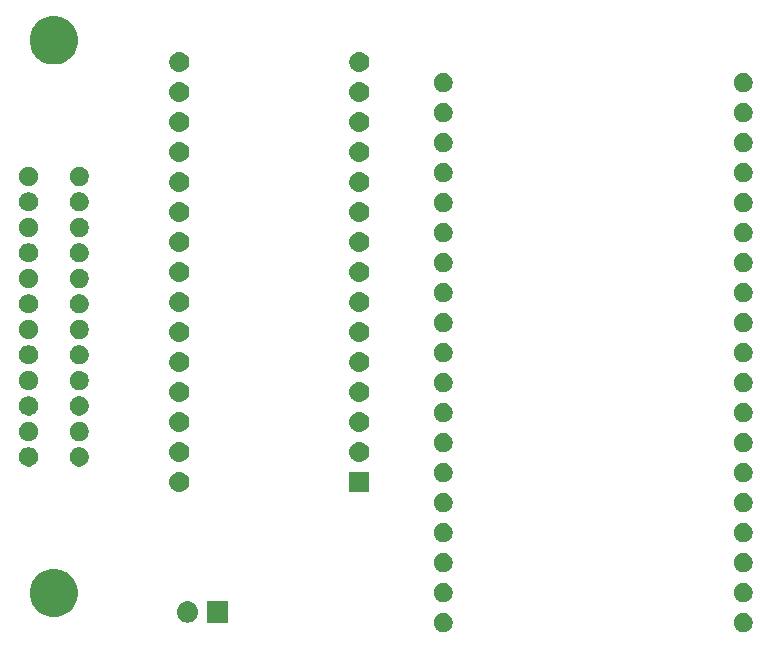
<source format=gbr>
G04 #@! TF.GenerationSoftware,KiCad,Pcbnew,5.0.2-bee76a0~70~ubuntu18.04.1*
G04 #@! TF.CreationDate,2020-08-17T12:26:13+12:00*
G04 #@! TF.ProjectId,Wireless488,57697265-6c65-4737-9334-38382e6b6963,rev?*
G04 #@! TF.SameCoordinates,Original*
G04 #@! TF.FileFunction,Soldermask,Bot*
G04 #@! TF.FilePolarity,Negative*
%FSLAX46Y46*%
G04 Gerber Fmt 4.6, Leading zero omitted, Abs format (unit mm)*
G04 Created by KiCad (PCBNEW 5.0.2-bee76a0~70~ubuntu18.04.1) date Mon 17 Aug 2020 12:26:13 NZST*
%MOMM*%
%LPD*%
G01*
G04 APERTURE LIST*
%ADD10C,0.100000*%
G04 APERTURE END LIST*
D10*
G36*
X159733643Y-106129781D02*
X159879415Y-106190162D01*
X160010611Y-106277824D01*
X160122176Y-106389389D01*
X160209838Y-106520585D01*
X160270219Y-106666357D01*
X160301000Y-106821107D01*
X160301000Y-106978893D01*
X160270219Y-107133643D01*
X160209838Y-107279415D01*
X160122176Y-107410611D01*
X160010611Y-107522176D01*
X159879415Y-107609838D01*
X159733643Y-107670219D01*
X159578893Y-107701000D01*
X159421107Y-107701000D01*
X159266357Y-107670219D01*
X159120585Y-107609838D01*
X158989389Y-107522176D01*
X158877824Y-107410611D01*
X158790162Y-107279415D01*
X158729781Y-107133643D01*
X158699000Y-106978893D01*
X158699000Y-106821107D01*
X158729781Y-106666357D01*
X158790162Y-106520585D01*
X158877824Y-106389389D01*
X158989389Y-106277824D01*
X159120585Y-106190162D01*
X159266357Y-106129781D01*
X159421107Y-106099000D01*
X159578893Y-106099000D01*
X159733643Y-106129781D01*
X159733643Y-106129781D01*
G37*
G36*
X134333643Y-106129781D02*
X134479415Y-106190162D01*
X134610611Y-106277824D01*
X134722176Y-106389389D01*
X134809838Y-106520585D01*
X134870219Y-106666357D01*
X134901000Y-106821107D01*
X134901000Y-106978893D01*
X134870219Y-107133643D01*
X134809838Y-107279415D01*
X134722176Y-107410611D01*
X134610611Y-107522176D01*
X134479415Y-107609838D01*
X134333643Y-107670219D01*
X134178893Y-107701000D01*
X134021107Y-107701000D01*
X133866357Y-107670219D01*
X133720585Y-107609838D01*
X133589389Y-107522176D01*
X133477824Y-107410611D01*
X133390162Y-107279415D01*
X133329781Y-107133643D01*
X133299000Y-106978893D01*
X133299000Y-106821107D01*
X133329781Y-106666357D01*
X133390162Y-106520585D01*
X133477824Y-106389389D01*
X133589389Y-106277824D01*
X133720585Y-106190162D01*
X133866357Y-106129781D01*
X134021107Y-106099000D01*
X134178893Y-106099000D01*
X134333643Y-106129781D01*
X134333643Y-106129781D01*
G37*
G36*
X112570442Y-105105518D02*
X112636627Y-105112037D01*
X112749853Y-105146384D01*
X112806467Y-105163557D01*
X112945087Y-105237652D01*
X112962991Y-105247222D01*
X112998729Y-105276552D01*
X113100186Y-105359814D01*
X113183448Y-105461271D01*
X113212778Y-105497009D01*
X113212779Y-105497011D01*
X113296443Y-105653533D01*
X113296443Y-105653534D01*
X113347963Y-105823373D01*
X113365359Y-106000000D01*
X113347963Y-106176627D01*
X113335542Y-106217572D01*
X113296443Y-106346467D01*
X113240568Y-106451000D01*
X113212778Y-106502991D01*
X113198339Y-106520585D01*
X113100186Y-106640186D01*
X112998729Y-106723448D01*
X112962991Y-106752778D01*
X112962989Y-106752779D01*
X112806467Y-106836443D01*
X112749853Y-106853616D01*
X112636627Y-106887963D01*
X112570443Y-106894481D01*
X112504260Y-106901000D01*
X112415740Y-106901000D01*
X112349557Y-106894481D01*
X112283373Y-106887963D01*
X112170147Y-106853616D01*
X112113533Y-106836443D01*
X111957011Y-106752779D01*
X111957009Y-106752778D01*
X111921271Y-106723448D01*
X111819814Y-106640186D01*
X111721661Y-106520585D01*
X111707222Y-106502991D01*
X111679432Y-106451000D01*
X111623557Y-106346467D01*
X111584458Y-106217572D01*
X111572037Y-106176627D01*
X111554641Y-106000000D01*
X111572037Y-105823373D01*
X111623557Y-105653534D01*
X111623557Y-105653533D01*
X111707221Y-105497011D01*
X111707222Y-105497009D01*
X111736552Y-105461271D01*
X111819814Y-105359814D01*
X111921271Y-105276552D01*
X111957009Y-105247222D01*
X111974913Y-105237652D01*
X112113533Y-105163557D01*
X112170147Y-105146384D01*
X112283373Y-105112037D01*
X112349557Y-105105519D01*
X112415740Y-105099000D01*
X112504260Y-105099000D01*
X112570442Y-105105518D01*
X112570442Y-105105518D01*
G37*
G36*
X115901000Y-106901000D02*
X114099000Y-106901000D01*
X114099000Y-105099000D01*
X115901000Y-105099000D01*
X115901000Y-106901000D01*
X115901000Y-106901000D01*
G37*
G36*
X101738252Y-102427818D02*
X101738254Y-102427819D01*
X101738255Y-102427819D01*
X102111513Y-102582427D01*
X102169241Y-102621000D01*
X102447439Y-102806886D01*
X102733114Y-103092561D01*
X102733116Y-103092564D01*
X102957573Y-103428487D01*
X103024383Y-103589782D01*
X103112182Y-103801748D01*
X103191000Y-104197993D01*
X103191000Y-104602007D01*
X103115380Y-104982176D01*
X103112181Y-104998255D01*
X102957573Y-105371513D01*
X102957572Y-105371514D01*
X102733114Y-105707439D01*
X102447439Y-105993114D01*
X102447436Y-105993116D01*
X102111513Y-106217573D01*
X101738255Y-106372181D01*
X101738254Y-106372181D01*
X101738252Y-106372182D01*
X101342007Y-106451000D01*
X100937993Y-106451000D01*
X100541748Y-106372182D01*
X100541746Y-106372181D01*
X100541745Y-106372181D01*
X100168487Y-106217573D01*
X99832564Y-105993116D01*
X99832561Y-105993114D01*
X99546886Y-105707439D01*
X99322428Y-105371514D01*
X99322427Y-105371513D01*
X99167819Y-104998255D01*
X99164621Y-104982176D01*
X99089000Y-104602007D01*
X99089000Y-104197993D01*
X99167818Y-103801748D01*
X99255617Y-103589782D01*
X99322427Y-103428487D01*
X99546884Y-103092564D01*
X99546886Y-103092561D01*
X99832561Y-102806886D01*
X100110759Y-102621000D01*
X100168487Y-102582427D01*
X100541745Y-102427819D01*
X100541746Y-102427819D01*
X100541748Y-102427818D01*
X100937993Y-102349000D01*
X101342007Y-102349000D01*
X101738252Y-102427818D01*
X101738252Y-102427818D01*
G37*
G36*
X159733643Y-103589781D02*
X159879415Y-103650162D01*
X160010611Y-103737824D01*
X160122176Y-103849389D01*
X160209838Y-103980585D01*
X160270219Y-104126357D01*
X160301000Y-104281107D01*
X160301000Y-104438893D01*
X160270219Y-104593643D01*
X160209838Y-104739415D01*
X160122176Y-104870611D01*
X160010611Y-104982176D01*
X159879415Y-105069838D01*
X159733643Y-105130219D01*
X159578893Y-105161000D01*
X159421107Y-105161000D01*
X159266357Y-105130219D01*
X159120585Y-105069838D01*
X158989389Y-104982176D01*
X158877824Y-104870611D01*
X158790162Y-104739415D01*
X158729781Y-104593643D01*
X158699000Y-104438893D01*
X158699000Y-104281107D01*
X158729781Y-104126357D01*
X158790162Y-103980585D01*
X158877824Y-103849389D01*
X158989389Y-103737824D01*
X159120585Y-103650162D01*
X159266357Y-103589781D01*
X159421107Y-103559000D01*
X159578893Y-103559000D01*
X159733643Y-103589781D01*
X159733643Y-103589781D01*
G37*
G36*
X134333643Y-103589781D02*
X134479415Y-103650162D01*
X134610611Y-103737824D01*
X134722176Y-103849389D01*
X134809838Y-103980585D01*
X134870219Y-104126357D01*
X134901000Y-104281107D01*
X134901000Y-104438893D01*
X134870219Y-104593643D01*
X134809838Y-104739415D01*
X134722176Y-104870611D01*
X134610611Y-104982176D01*
X134479415Y-105069838D01*
X134333643Y-105130219D01*
X134178893Y-105161000D01*
X134021107Y-105161000D01*
X133866357Y-105130219D01*
X133720585Y-105069838D01*
X133589389Y-104982176D01*
X133477824Y-104870611D01*
X133390162Y-104739415D01*
X133329781Y-104593643D01*
X133299000Y-104438893D01*
X133299000Y-104281107D01*
X133329781Y-104126357D01*
X133390162Y-103980585D01*
X133477824Y-103849389D01*
X133589389Y-103737824D01*
X133720585Y-103650162D01*
X133866357Y-103589781D01*
X134021107Y-103559000D01*
X134178893Y-103559000D01*
X134333643Y-103589781D01*
X134333643Y-103589781D01*
G37*
G36*
X134333643Y-101049781D02*
X134479415Y-101110162D01*
X134610611Y-101197824D01*
X134722176Y-101309389D01*
X134809838Y-101440585D01*
X134870219Y-101586357D01*
X134901000Y-101741107D01*
X134901000Y-101898893D01*
X134870219Y-102053643D01*
X134809838Y-102199415D01*
X134722176Y-102330611D01*
X134610611Y-102442176D01*
X134479415Y-102529838D01*
X134333643Y-102590219D01*
X134178893Y-102621000D01*
X134021107Y-102621000D01*
X133866357Y-102590219D01*
X133720585Y-102529838D01*
X133589389Y-102442176D01*
X133477824Y-102330611D01*
X133390162Y-102199415D01*
X133329781Y-102053643D01*
X133299000Y-101898893D01*
X133299000Y-101741107D01*
X133329781Y-101586357D01*
X133390162Y-101440585D01*
X133477824Y-101309389D01*
X133589389Y-101197824D01*
X133720585Y-101110162D01*
X133866357Y-101049781D01*
X134021107Y-101019000D01*
X134178893Y-101019000D01*
X134333643Y-101049781D01*
X134333643Y-101049781D01*
G37*
G36*
X159733643Y-101049781D02*
X159879415Y-101110162D01*
X160010611Y-101197824D01*
X160122176Y-101309389D01*
X160209838Y-101440585D01*
X160270219Y-101586357D01*
X160301000Y-101741107D01*
X160301000Y-101898893D01*
X160270219Y-102053643D01*
X160209838Y-102199415D01*
X160122176Y-102330611D01*
X160010611Y-102442176D01*
X159879415Y-102529838D01*
X159733643Y-102590219D01*
X159578893Y-102621000D01*
X159421107Y-102621000D01*
X159266357Y-102590219D01*
X159120585Y-102529838D01*
X158989389Y-102442176D01*
X158877824Y-102330611D01*
X158790162Y-102199415D01*
X158729781Y-102053643D01*
X158699000Y-101898893D01*
X158699000Y-101741107D01*
X158729781Y-101586357D01*
X158790162Y-101440585D01*
X158877824Y-101309389D01*
X158989389Y-101197824D01*
X159120585Y-101110162D01*
X159266357Y-101049781D01*
X159421107Y-101019000D01*
X159578893Y-101019000D01*
X159733643Y-101049781D01*
X159733643Y-101049781D01*
G37*
G36*
X134333643Y-98509781D02*
X134479415Y-98570162D01*
X134610611Y-98657824D01*
X134722176Y-98769389D01*
X134809838Y-98900585D01*
X134870219Y-99046357D01*
X134901000Y-99201107D01*
X134901000Y-99358893D01*
X134870219Y-99513643D01*
X134809838Y-99659415D01*
X134722176Y-99790611D01*
X134610611Y-99902176D01*
X134479415Y-99989838D01*
X134333643Y-100050219D01*
X134178893Y-100081000D01*
X134021107Y-100081000D01*
X133866357Y-100050219D01*
X133720585Y-99989838D01*
X133589389Y-99902176D01*
X133477824Y-99790611D01*
X133390162Y-99659415D01*
X133329781Y-99513643D01*
X133299000Y-99358893D01*
X133299000Y-99201107D01*
X133329781Y-99046357D01*
X133390162Y-98900585D01*
X133477824Y-98769389D01*
X133589389Y-98657824D01*
X133720585Y-98570162D01*
X133866357Y-98509781D01*
X134021107Y-98479000D01*
X134178893Y-98479000D01*
X134333643Y-98509781D01*
X134333643Y-98509781D01*
G37*
G36*
X159733643Y-98509781D02*
X159879415Y-98570162D01*
X160010611Y-98657824D01*
X160122176Y-98769389D01*
X160209838Y-98900585D01*
X160270219Y-99046357D01*
X160301000Y-99201107D01*
X160301000Y-99358893D01*
X160270219Y-99513643D01*
X160209838Y-99659415D01*
X160122176Y-99790611D01*
X160010611Y-99902176D01*
X159879415Y-99989838D01*
X159733643Y-100050219D01*
X159578893Y-100081000D01*
X159421107Y-100081000D01*
X159266357Y-100050219D01*
X159120585Y-99989838D01*
X158989389Y-99902176D01*
X158877824Y-99790611D01*
X158790162Y-99659415D01*
X158729781Y-99513643D01*
X158699000Y-99358893D01*
X158699000Y-99201107D01*
X158729781Y-99046357D01*
X158790162Y-98900585D01*
X158877824Y-98769389D01*
X158989389Y-98657824D01*
X159120585Y-98570162D01*
X159266357Y-98509781D01*
X159421107Y-98479000D01*
X159578893Y-98479000D01*
X159733643Y-98509781D01*
X159733643Y-98509781D01*
G37*
G36*
X134333643Y-95969781D02*
X134479415Y-96030162D01*
X134610611Y-96117824D01*
X134722176Y-96229389D01*
X134809838Y-96360585D01*
X134870219Y-96506357D01*
X134901000Y-96661107D01*
X134901000Y-96818893D01*
X134870219Y-96973643D01*
X134809838Y-97119415D01*
X134722176Y-97250611D01*
X134610611Y-97362176D01*
X134479415Y-97449838D01*
X134333643Y-97510219D01*
X134178893Y-97541000D01*
X134021107Y-97541000D01*
X133866357Y-97510219D01*
X133720585Y-97449838D01*
X133589389Y-97362176D01*
X133477824Y-97250611D01*
X133390162Y-97119415D01*
X133329781Y-96973643D01*
X133299000Y-96818893D01*
X133299000Y-96661107D01*
X133329781Y-96506357D01*
X133390162Y-96360585D01*
X133477824Y-96229389D01*
X133589389Y-96117824D01*
X133720585Y-96030162D01*
X133866357Y-95969781D01*
X134021107Y-95939000D01*
X134178893Y-95939000D01*
X134333643Y-95969781D01*
X134333643Y-95969781D01*
G37*
G36*
X159733643Y-95969781D02*
X159879415Y-96030162D01*
X160010611Y-96117824D01*
X160122176Y-96229389D01*
X160209838Y-96360585D01*
X160270219Y-96506357D01*
X160301000Y-96661107D01*
X160301000Y-96818893D01*
X160270219Y-96973643D01*
X160209838Y-97119415D01*
X160122176Y-97250611D01*
X160010611Y-97362176D01*
X159879415Y-97449838D01*
X159733643Y-97510219D01*
X159578893Y-97541000D01*
X159421107Y-97541000D01*
X159266357Y-97510219D01*
X159120585Y-97449838D01*
X158989389Y-97362176D01*
X158877824Y-97250611D01*
X158790162Y-97119415D01*
X158729781Y-96973643D01*
X158699000Y-96818893D01*
X158699000Y-96661107D01*
X158729781Y-96506357D01*
X158790162Y-96360585D01*
X158877824Y-96229389D01*
X158989389Y-96117824D01*
X159120585Y-96030162D01*
X159266357Y-95969781D01*
X159421107Y-95939000D01*
X159578893Y-95939000D01*
X159733643Y-95969781D01*
X159733643Y-95969781D01*
G37*
G36*
X127851000Y-95851000D02*
X126149000Y-95851000D01*
X126149000Y-94149000D01*
X127851000Y-94149000D01*
X127851000Y-95851000D01*
X127851000Y-95851000D01*
G37*
G36*
X111926821Y-94161313D02*
X111926824Y-94161314D01*
X111926825Y-94161314D01*
X112087239Y-94209975D01*
X112087241Y-94209976D01*
X112087244Y-94209977D01*
X112235078Y-94288995D01*
X112364659Y-94395341D01*
X112471005Y-94524922D01*
X112550023Y-94672756D01*
X112550024Y-94672759D01*
X112550025Y-94672761D01*
X112595349Y-94822176D01*
X112598687Y-94833179D01*
X112615117Y-95000000D01*
X112598687Y-95166821D01*
X112550023Y-95327244D01*
X112471005Y-95475078D01*
X112364659Y-95604659D01*
X112235078Y-95711005D01*
X112087244Y-95790023D01*
X112087241Y-95790024D01*
X112087239Y-95790025D01*
X111926825Y-95838686D01*
X111926824Y-95838686D01*
X111926821Y-95838687D01*
X111801804Y-95851000D01*
X111718196Y-95851000D01*
X111593179Y-95838687D01*
X111593176Y-95838686D01*
X111593175Y-95838686D01*
X111432761Y-95790025D01*
X111432759Y-95790024D01*
X111432756Y-95790023D01*
X111284922Y-95711005D01*
X111155341Y-95604659D01*
X111048995Y-95475078D01*
X110969977Y-95327244D01*
X110921313Y-95166821D01*
X110904883Y-95000000D01*
X110921313Y-94833179D01*
X110924651Y-94822176D01*
X110969975Y-94672761D01*
X110969976Y-94672759D01*
X110969977Y-94672756D01*
X111048995Y-94524922D01*
X111155341Y-94395341D01*
X111284922Y-94288995D01*
X111432756Y-94209977D01*
X111432759Y-94209976D01*
X111432761Y-94209975D01*
X111593175Y-94161314D01*
X111593176Y-94161314D01*
X111593179Y-94161313D01*
X111718196Y-94149000D01*
X111801804Y-94149000D01*
X111926821Y-94161313D01*
X111926821Y-94161313D01*
G37*
G36*
X159733643Y-93429781D02*
X159879415Y-93490162D01*
X160010611Y-93577824D01*
X160122176Y-93689389D01*
X160209838Y-93820585D01*
X160270219Y-93966357D01*
X160301000Y-94121107D01*
X160301000Y-94278893D01*
X160270219Y-94433643D01*
X160209838Y-94579415D01*
X160122176Y-94710611D01*
X160010611Y-94822176D01*
X159879415Y-94909838D01*
X159733643Y-94970219D01*
X159578893Y-95001000D01*
X159421107Y-95001000D01*
X159266357Y-94970219D01*
X159120585Y-94909838D01*
X158989389Y-94822176D01*
X158877824Y-94710611D01*
X158790162Y-94579415D01*
X158729781Y-94433643D01*
X158699000Y-94278893D01*
X158699000Y-94121107D01*
X158729781Y-93966357D01*
X158790162Y-93820585D01*
X158877824Y-93689389D01*
X158989389Y-93577824D01*
X159120585Y-93490162D01*
X159266357Y-93429781D01*
X159421107Y-93399000D01*
X159578893Y-93399000D01*
X159733643Y-93429781D01*
X159733643Y-93429781D01*
G37*
G36*
X134333643Y-93429781D02*
X134479415Y-93490162D01*
X134610611Y-93577824D01*
X134722176Y-93689389D01*
X134809838Y-93820585D01*
X134870219Y-93966357D01*
X134901000Y-94121107D01*
X134901000Y-94278893D01*
X134870219Y-94433643D01*
X134809838Y-94579415D01*
X134722176Y-94710611D01*
X134610611Y-94822176D01*
X134479415Y-94909838D01*
X134333643Y-94970219D01*
X134178893Y-95001000D01*
X134021107Y-95001000D01*
X133866357Y-94970219D01*
X133720585Y-94909838D01*
X133589389Y-94822176D01*
X133477824Y-94710611D01*
X133390162Y-94579415D01*
X133329781Y-94433643D01*
X133299000Y-94278893D01*
X133299000Y-94121107D01*
X133329781Y-93966357D01*
X133390162Y-93820585D01*
X133477824Y-93689389D01*
X133589389Y-93577824D01*
X133720585Y-93490162D01*
X133866357Y-93429781D01*
X134021107Y-93399000D01*
X134178893Y-93399000D01*
X134333643Y-93429781D01*
X134333643Y-93429781D01*
G37*
G36*
X103527142Y-92098242D02*
X103675102Y-92159530D01*
X103808258Y-92248502D01*
X103921498Y-92361742D01*
X104010470Y-92494898D01*
X104071758Y-92642858D01*
X104103000Y-92799925D01*
X104103000Y-92960075D01*
X104071758Y-93117142D01*
X104010470Y-93265102D01*
X103921498Y-93398258D01*
X103808258Y-93511498D01*
X103675102Y-93600470D01*
X103527142Y-93661758D01*
X103370075Y-93693000D01*
X103209925Y-93693000D01*
X103052858Y-93661758D01*
X102904898Y-93600470D01*
X102771742Y-93511498D01*
X102658502Y-93398258D01*
X102569530Y-93265102D01*
X102508242Y-93117142D01*
X102477000Y-92960075D01*
X102477000Y-92799925D01*
X102508242Y-92642858D01*
X102569530Y-92494898D01*
X102658502Y-92361742D01*
X102771742Y-92248502D01*
X102904898Y-92159530D01*
X103052858Y-92098242D01*
X103209925Y-92067000D01*
X103370075Y-92067000D01*
X103527142Y-92098242D01*
X103527142Y-92098242D01*
G37*
G36*
X99237142Y-92098242D02*
X99385102Y-92159530D01*
X99518258Y-92248502D01*
X99631498Y-92361742D01*
X99720470Y-92494898D01*
X99781758Y-92642858D01*
X99813000Y-92799925D01*
X99813000Y-92960075D01*
X99781758Y-93117142D01*
X99720470Y-93265102D01*
X99631498Y-93398258D01*
X99518258Y-93511498D01*
X99385102Y-93600470D01*
X99237142Y-93661758D01*
X99080075Y-93693000D01*
X98919925Y-93693000D01*
X98762858Y-93661758D01*
X98614898Y-93600470D01*
X98481742Y-93511498D01*
X98368502Y-93398258D01*
X98279530Y-93265102D01*
X98218242Y-93117142D01*
X98187000Y-92960075D01*
X98187000Y-92799925D01*
X98218242Y-92642858D01*
X98279530Y-92494898D01*
X98368502Y-92361742D01*
X98481742Y-92248502D01*
X98614898Y-92159530D01*
X98762858Y-92098242D01*
X98919925Y-92067000D01*
X99080075Y-92067000D01*
X99237142Y-92098242D01*
X99237142Y-92098242D01*
G37*
G36*
X127166821Y-91621313D02*
X127166824Y-91621314D01*
X127166825Y-91621314D01*
X127327239Y-91669975D01*
X127327241Y-91669976D01*
X127327244Y-91669977D01*
X127475078Y-91748995D01*
X127604659Y-91855341D01*
X127711005Y-91984922D01*
X127790023Y-92132756D01*
X127790024Y-92132759D01*
X127790025Y-92132761D01*
X127835349Y-92282176D01*
X127838687Y-92293179D01*
X127855117Y-92460000D01*
X127838687Y-92626821D01*
X127790023Y-92787244D01*
X127711005Y-92935078D01*
X127604659Y-93064659D01*
X127475078Y-93171005D01*
X127327244Y-93250023D01*
X127327241Y-93250024D01*
X127327239Y-93250025D01*
X127166825Y-93298686D01*
X127166824Y-93298686D01*
X127166821Y-93298687D01*
X127041804Y-93311000D01*
X126958196Y-93311000D01*
X126833179Y-93298687D01*
X126833176Y-93298686D01*
X126833175Y-93298686D01*
X126672761Y-93250025D01*
X126672759Y-93250024D01*
X126672756Y-93250023D01*
X126524922Y-93171005D01*
X126395341Y-93064659D01*
X126288995Y-92935078D01*
X126209977Y-92787244D01*
X126161313Y-92626821D01*
X126144883Y-92460000D01*
X126161313Y-92293179D01*
X126164651Y-92282176D01*
X126209975Y-92132761D01*
X126209976Y-92132759D01*
X126209977Y-92132756D01*
X126288995Y-91984922D01*
X126395341Y-91855341D01*
X126524922Y-91748995D01*
X126672756Y-91669977D01*
X126672759Y-91669976D01*
X126672761Y-91669975D01*
X126833175Y-91621314D01*
X126833176Y-91621314D01*
X126833179Y-91621313D01*
X126958196Y-91609000D01*
X127041804Y-91609000D01*
X127166821Y-91621313D01*
X127166821Y-91621313D01*
G37*
G36*
X111926821Y-91621313D02*
X111926824Y-91621314D01*
X111926825Y-91621314D01*
X112087239Y-91669975D01*
X112087241Y-91669976D01*
X112087244Y-91669977D01*
X112235078Y-91748995D01*
X112364659Y-91855341D01*
X112471005Y-91984922D01*
X112550023Y-92132756D01*
X112550024Y-92132759D01*
X112550025Y-92132761D01*
X112595349Y-92282176D01*
X112598687Y-92293179D01*
X112615117Y-92460000D01*
X112598687Y-92626821D01*
X112550023Y-92787244D01*
X112471005Y-92935078D01*
X112364659Y-93064659D01*
X112235078Y-93171005D01*
X112087244Y-93250023D01*
X112087241Y-93250024D01*
X112087239Y-93250025D01*
X111926825Y-93298686D01*
X111926824Y-93298686D01*
X111926821Y-93298687D01*
X111801804Y-93311000D01*
X111718196Y-93311000D01*
X111593179Y-93298687D01*
X111593176Y-93298686D01*
X111593175Y-93298686D01*
X111432761Y-93250025D01*
X111432759Y-93250024D01*
X111432756Y-93250023D01*
X111284922Y-93171005D01*
X111155341Y-93064659D01*
X111048995Y-92935078D01*
X110969977Y-92787244D01*
X110921313Y-92626821D01*
X110904883Y-92460000D01*
X110921313Y-92293179D01*
X110924651Y-92282176D01*
X110969975Y-92132761D01*
X110969976Y-92132759D01*
X110969977Y-92132756D01*
X111048995Y-91984922D01*
X111155341Y-91855341D01*
X111284922Y-91748995D01*
X111432756Y-91669977D01*
X111432759Y-91669976D01*
X111432761Y-91669975D01*
X111593175Y-91621314D01*
X111593176Y-91621314D01*
X111593179Y-91621313D01*
X111718196Y-91609000D01*
X111801804Y-91609000D01*
X111926821Y-91621313D01*
X111926821Y-91621313D01*
G37*
G36*
X134333643Y-90889781D02*
X134479415Y-90950162D01*
X134610611Y-91037824D01*
X134722176Y-91149389D01*
X134809838Y-91280585D01*
X134870219Y-91426357D01*
X134901000Y-91581107D01*
X134901000Y-91738893D01*
X134870219Y-91893643D01*
X134809838Y-92039415D01*
X134722176Y-92170611D01*
X134610611Y-92282176D01*
X134479415Y-92369838D01*
X134333643Y-92430219D01*
X134178893Y-92461000D01*
X134021107Y-92461000D01*
X133866357Y-92430219D01*
X133720585Y-92369838D01*
X133589389Y-92282176D01*
X133477824Y-92170611D01*
X133390162Y-92039415D01*
X133329781Y-91893643D01*
X133299000Y-91738893D01*
X133299000Y-91581107D01*
X133329781Y-91426357D01*
X133390162Y-91280585D01*
X133477824Y-91149389D01*
X133589389Y-91037824D01*
X133720585Y-90950162D01*
X133866357Y-90889781D01*
X134021107Y-90859000D01*
X134178893Y-90859000D01*
X134333643Y-90889781D01*
X134333643Y-90889781D01*
G37*
G36*
X159733643Y-90889781D02*
X159879415Y-90950162D01*
X160010611Y-91037824D01*
X160122176Y-91149389D01*
X160209838Y-91280585D01*
X160270219Y-91426357D01*
X160301000Y-91581107D01*
X160301000Y-91738893D01*
X160270219Y-91893643D01*
X160209838Y-92039415D01*
X160122176Y-92170611D01*
X160010611Y-92282176D01*
X159879415Y-92369838D01*
X159733643Y-92430219D01*
X159578893Y-92461000D01*
X159421107Y-92461000D01*
X159266357Y-92430219D01*
X159120585Y-92369838D01*
X158989389Y-92282176D01*
X158877824Y-92170611D01*
X158790162Y-92039415D01*
X158729781Y-91893643D01*
X158699000Y-91738893D01*
X158699000Y-91581107D01*
X158729781Y-91426357D01*
X158790162Y-91280585D01*
X158877824Y-91149389D01*
X158989389Y-91037824D01*
X159120585Y-90950162D01*
X159266357Y-90889781D01*
X159421107Y-90859000D01*
X159578893Y-90859000D01*
X159733643Y-90889781D01*
X159733643Y-90889781D01*
G37*
G36*
X103527142Y-89938242D02*
X103675102Y-89999530D01*
X103742130Y-90044317D01*
X103808257Y-90088501D01*
X103921499Y-90201743D01*
X103965683Y-90267870D01*
X104010470Y-90334898D01*
X104071758Y-90482858D01*
X104103000Y-90639925D01*
X104103000Y-90800075D01*
X104071758Y-90957142D01*
X104010470Y-91105102D01*
X103921498Y-91238258D01*
X103808258Y-91351498D01*
X103675102Y-91440470D01*
X103527142Y-91501758D01*
X103370075Y-91533000D01*
X103209925Y-91533000D01*
X103052858Y-91501758D01*
X102904898Y-91440470D01*
X102771742Y-91351498D01*
X102658502Y-91238258D01*
X102569530Y-91105102D01*
X102508242Y-90957142D01*
X102477000Y-90800075D01*
X102477000Y-90639925D01*
X102508242Y-90482858D01*
X102569530Y-90334898D01*
X102614317Y-90267870D01*
X102658501Y-90201743D01*
X102771743Y-90088501D01*
X102837870Y-90044317D01*
X102904898Y-89999530D01*
X103052858Y-89938242D01*
X103209925Y-89907000D01*
X103370075Y-89907000D01*
X103527142Y-89938242D01*
X103527142Y-89938242D01*
G37*
G36*
X99237142Y-89938242D02*
X99385102Y-89999530D01*
X99452130Y-90044317D01*
X99518257Y-90088501D01*
X99631499Y-90201743D01*
X99675683Y-90267870D01*
X99720470Y-90334898D01*
X99781758Y-90482858D01*
X99813000Y-90639925D01*
X99813000Y-90800075D01*
X99781758Y-90957142D01*
X99720470Y-91105102D01*
X99631498Y-91238258D01*
X99518258Y-91351498D01*
X99385102Y-91440470D01*
X99237142Y-91501758D01*
X99080075Y-91533000D01*
X98919925Y-91533000D01*
X98762858Y-91501758D01*
X98614898Y-91440470D01*
X98481742Y-91351498D01*
X98368502Y-91238258D01*
X98279530Y-91105102D01*
X98218242Y-90957142D01*
X98187000Y-90800075D01*
X98187000Y-90639925D01*
X98218242Y-90482858D01*
X98279530Y-90334898D01*
X98324317Y-90267870D01*
X98368501Y-90201743D01*
X98481743Y-90088501D01*
X98547870Y-90044317D01*
X98614898Y-89999530D01*
X98762858Y-89938242D01*
X98919925Y-89907000D01*
X99080075Y-89907000D01*
X99237142Y-89938242D01*
X99237142Y-89938242D01*
G37*
G36*
X127166821Y-89081313D02*
X127166824Y-89081314D01*
X127166825Y-89081314D01*
X127327239Y-89129975D01*
X127327241Y-89129976D01*
X127327244Y-89129977D01*
X127475078Y-89208995D01*
X127604659Y-89315341D01*
X127711005Y-89444922D01*
X127790023Y-89592756D01*
X127790024Y-89592759D01*
X127790025Y-89592761D01*
X127835349Y-89742176D01*
X127838687Y-89753179D01*
X127855117Y-89920000D01*
X127838687Y-90086821D01*
X127838686Y-90086824D01*
X127838686Y-90086825D01*
X127838178Y-90088501D01*
X127790023Y-90247244D01*
X127711005Y-90395078D01*
X127604659Y-90524659D01*
X127475078Y-90631005D01*
X127327244Y-90710023D01*
X127327241Y-90710024D01*
X127327239Y-90710025D01*
X127166825Y-90758686D01*
X127166824Y-90758686D01*
X127166821Y-90758687D01*
X127041804Y-90771000D01*
X126958196Y-90771000D01*
X126833179Y-90758687D01*
X126833176Y-90758686D01*
X126833175Y-90758686D01*
X126672761Y-90710025D01*
X126672759Y-90710024D01*
X126672756Y-90710023D01*
X126524922Y-90631005D01*
X126395341Y-90524659D01*
X126288995Y-90395078D01*
X126209977Y-90247244D01*
X126161823Y-90088501D01*
X126161314Y-90086825D01*
X126161314Y-90086824D01*
X126161313Y-90086821D01*
X126144883Y-89920000D01*
X126161313Y-89753179D01*
X126164651Y-89742176D01*
X126209975Y-89592761D01*
X126209976Y-89592759D01*
X126209977Y-89592756D01*
X126288995Y-89444922D01*
X126395341Y-89315341D01*
X126524922Y-89208995D01*
X126672756Y-89129977D01*
X126672759Y-89129976D01*
X126672761Y-89129975D01*
X126833175Y-89081314D01*
X126833176Y-89081314D01*
X126833179Y-89081313D01*
X126958196Y-89069000D01*
X127041804Y-89069000D01*
X127166821Y-89081313D01*
X127166821Y-89081313D01*
G37*
G36*
X111926821Y-89081313D02*
X111926824Y-89081314D01*
X111926825Y-89081314D01*
X112087239Y-89129975D01*
X112087241Y-89129976D01*
X112087244Y-89129977D01*
X112235078Y-89208995D01*
X112364659Y-89315341D01*
X112471005Y-89444922D01*
X112550023Y-89592756D01*
X112550024Y-89592759D01*
X112550025Y-89592761D01*
X112595349Y-89742176D01*
X112598687Y-89753179D01*
X112615117Y-89920000D01*
X112598687Y-90086821D01*
X112598686Y-90086824D01*
X112598686Y-90086825D01*
X112598178Y-90088501D01*
X112550023Y-90247244D01*
X112471005Y-90395078D01*
X112364659Y-90524659D01*
X112235078Y-90631005D01*
X112087244Y-90710023D01*
X112087241Y-90710024D01*
X112087239Y-90710025D01*
X111926825Y-90758686D01*
X111926824Y-90758686D01*
X111926821Y-90758687D01*
X111801804Y-90771000D01*
X111718196Y-90771000D01*
X111593179Y-90758687D01*
X111593176Y-90758686D01*
X111593175Y-90758686D01*
X111432761Y-90710025D01*
X111432759Y-90710024D01*
X111432756Y-90710023D01*
X111284922Y-90631005D01*
X111155341Y-90524659D01*
X111048995Y-90395078D01*
X110969977Y-90247244D01*
X110921823Y-90088501D01*
X110921314Y-90086825D01*
X110921314Y-90086824D01*
X110921313Y-90086821D01*
X110904883Y-89920000D01*
X110921313Y-89753179D01*
X110924651Y-89742176D01*
X110969975Y-89592761D01*
X110969976Y-89592759D01*
X110969977Y-89592756D01*
X111048995Y-89444922D01*
X111155341Y-89315341D01*
X111284922Y-89208995D01*
X111432756Y-89129977D01*
X111432759Y-89129976D01*
X111432761Y-89129975D01*
X111593175Y-89081314D01*
X111593176Y-89081314D01*
X111593179Y-89081313D01*
X111718196Y-89069000D01*
X111801804Y-89069000D01*
X111926821Y-89081313D01*
X111926821Y-89081313D01*
G37*
G36*
X159733643Y-88349781D02*
X159879415Y-88410162D01*
X160010611Y-88497824D01*
X160122176Y-88609389D01*
X160209838Y-88740585D01*
X160270219Y-88886357D01*
X160301000Y-89041107D01*
X160301000Y-89198893D01*
X160270219Y-89353643D01*
X160209838Y-89499415D01*
X160122176Y-89630611D01*
X160010611Y-89742176D01*
X159879415Y-89829838D01*
X159733643Y-89890219D01*
X159578893Y-89921000D01*
X159421107Y-89921000D01*
X159266357Y-89890219D01*
X159120585Y-89829838D01*
X158989389Y-89742176D01*
X158877824Y-89630611D01*
X158790162Y-89499415D01*
X158729781Y-89353643D01*
X158699000Y-89198893D01*
X158699000Y-89041107D01*
X158729781Y-88886357D01*
X158790162Y-88740585D01*
X158877824Y-88609389D01*
X158989389Y-88497824D01*
X159120585Y-88410162D01*
X159266357Y-88349781D01*
X159421107Y-88319000D01*
X159578893Y-88319000D01*
X159733643Y-88349781D01*
X159733643Y-88349781D01*
G37*
G36*
X134333643Y-88349781D02*
X134479415Y-88410162D01*
X134610611Y-88497824D01*
X134722176Y-88609389D01*
X134809838Y-88740585D01*
X134870219Y-88886357D01*
X134901000Y-89041107D01*
X134901000Y-89198893D01*
X134870219Y-89353643D01*
X134809838Y-89499415D01*
X134722176Y-89630611D01*
X134610611Y-89742176D01*
X134479415Y-89829838D01*
X134333643Y-89890219D01*
X134178893Y-89921000D01*
X134021107Y-89921000D01*
X133866357Y-89890219D01*
X133720585Y-89829838D01*
X133589389Y-89742176D01*
X133477824Y-89630611D01*
X133390162Y-89499415D01*
X133329781Y-89353643D01*
X133299000Y-89198893D01*
X133299000Y-89041107D01*
X133329781Y-88886357D01*
X133390162Y-88740585D01*
X133477824Y-88609389D01*
X133589389Y-88497824D01*
X133720585Y-88410162D01*
X133866357Y-88349781D01*
X134021107Y-88319000D01*
X134178893Y-88319000D01*
X134333643Y-88349781D01*
X134333643Y-88349781D01*
G37*
G36*
X103527142Y-87778242D02*
X103675102Y-87839530D01*
X103698371Y-87855078D01*
X103808257Y-87928501D01*
X103921499Y-88041743D01*
X103965683Y-88107870D01*
X104010470Y-88174898D01*
X104071758Y-88322858D01*
X104103000Y-88479925D01*
X104103000Y-88640075D01*
X104071758Y-88797142D01*
X104034803Y-88886357D01*
X104010471Y-88945100D01*
X103921499Y-89078257D01*
X103808257Y-89191499D01*
X103742130Y-89235683D01*
X103675102Y-89280470D01*
X103527142Y-89341758D01*
X103370075Y-89373000D01*
X103209925Y-89373000D01*
X103052858Y-89341758D01*
X102904898Y-89280470D01*
X102837870Y-89235683D01*
X102771743Y-89191499D01*
X102658501Y-89078257D01*
X102569529Y-88945100D01*
X102545197Y-88886357D01*
X102508242Y-88797142D01*
X102477000Y-88640075D01*
X102477000Y-88479925D01*
X102508242Y-88322858D01*
X102569530Y-88174898D01*
X102614317Y-88107870D01*
X102658501Y-88041743D01*
X102771743Y-87928501D01*
X102881629Y-87855078D01*
X102904898Y-87839530D01*
X103052858Y-87778242D01*
X103209925Y-87747000D01*
X103370075Y-87747000D01*
X103527142Y-87778242D01*
X103527142Y-87778242D01*
G37*
G36*
X99237142Y-87778242D02*
X99385102Y-87839530D01*
X99408371Y-87855078D01*
X99518257Y-87928501D01*
X99631499Y-88041743D01*
X99675683Y-88107870D01*
X99720470Y-88174898D01*
X99781758Y-88322858D01*
X99813000Y-88479925D01*
X99813000Y-88640075D01*
X99781758Y-88797142D01*
X99744803Y-88886357D01*
X99720471Y-88945100D01*
X99631499Y-89078257D01*
X99518257Y-89191499D01*
X99452130Y-89235683D01*
X99385102Y-89280470D01*
X99237142Y-89341758D01*
X99080075Y-89373000D01*
X98919925Y-89373000D01*
X98762858Y-89341758D01*
X98614898Y-89280470D01*
X98547870Y-89235683D01*
X98481743Y-89191499D01*
X98368501Y-89078257D01*
X98279529Y-88945100D01*
X98255197Y-88886357D01*
X98218242Y-88797142D01*
X98187000Y-88640075D01*
X98187000Y-88479925D01*
X98218242Y-88322858D01*
X98279530Y-88174898D01*
X98324317Y-88107870D01*
X98368501Y-88041743D01*
X98481743Y-87928501D01*
X98591629Y-87855078D01*
X98614898Y-87839530D01*
X98762858Y-87778242D01*
X98919925Y-87747000D01*
X99080075Y-87747000D01*
X99237142Y-87778242D01*
X99237142Y-87778242D01*
G37*
G36*
X127166821Y-86541313D02*
X127166824Y-86541314D01*
X127166825Y-86541314D01*
X127327239Y-86589975D01*
X127327241Y-86589976D01*
X127327244Y-86589977D01*
X127475078Y-86668995D01*
X127604659Y-86775341D01*
X127711005Y-86904922D01*
X127790023Y-87052756D01*
X127790024Y-87052759D01*
X127790025Y-87052761D01*
X127829155Y-87181757D01*
X127838687Y-87213179D01*
X127855117Y-87380000D01*
X127838687Y-87546821D01*
X127790023Y-87707244D01*
X127711005Y-87855078D01*
X127604659Y-87984659D01*
X127475078Y-88091005D01*
X127327244Y-88170023D01*
X127327241Y-88170024D01*
X127327239Y-88170025D01*
X127166825Y-88218686D01*
X127166824Y-88218686D01*
X127166821Y-88218687D01*
X127041804Y-88231000D01*
X126958196Y-88231000D01*
X126833179Y-88218687D01*
X126833176Y-88218686D01*
X126833175Y-88218686D01*
X126672761Y-88170025D01*
X126672759Y-88170024D01*
X126672756Y-88170023D01*
X126524922Y-88091005D01*
X126395341Y-87984659D01*
X126288995Y-87855078D01*
X126209977Y-87707244D01*
X126161313Y-87546821D01*
X126144883Y-87380000D01*
X126161313Y-87213179D01*
X126170845Y-87181757D01*
X126209975Y-87052761D01*
X126209976Y-87052759D01*
X126209977Y-87052756D01*
X126288995Y-86904922D01*
X126395341Y-86775341D01*
X126524922Y-86668995D01*
X126672756Y-86589977D01*
X126672759Y-86589976D01*
X126672761Y-86589975D01*
X126833175Y-86541314D01*
X126833176Y-86541314D01*
X126833179Y-86541313D01*
X126958196Y-86529000D01*
X127041804Y-86529000D01*
X127166821Y-86541313D01*
X127166821Y-86541313D01*
G37*
G36*
X111926821Y-86541313D02*
X111926824Y-86541314D01*
X111926825Y-86541314D01*
X112087239Y-86589975D01*
X112087241Y-86589976D01*
X112087244Y-86589977D01*
X112235078Y-86668995D01*
X112364659Y-86775341D01*
X112471005Y-86904922D01*
X112550023Y-87052756D01*
X112550024Y-87052759D01*
X112550025Y-87052761D01*
X112589155Y-87181757D01*
X112598687Y-87213179D01*
X112615117Y-87380000D01*
X112598687Y-87546821D01*
X112550023Y-87707244D01*
X112471005Y-87855078D01*
X112364659Y-87984659D01*
X112235078Y-88091005D01*
X112087244Y-88170023D01*
X112087241Y-88170024D01*
X112087239Y-88170025D01*
X111926825Y-88218686D01*
X111926824Y-88218686D01*
X111926821Y-88218687D01*
X111801804Y-88231000D01*
X111718196Y-88231000D01*
X111593179Y-88218687D01*
X111593176Y-88218686D01*
X111593175Y-88218686D01*
X111432761Y-88170025D01*
X111432759Y-88170024D01*
X111432756Y-88170023D01*
X111284922Y-88091005D01*
X111155341Y-87984659D01*
X111048995Y-87855078D01*
X110969977Y-87707244D01*
X110921313Y-87546821D01*
X110904883Y-87380000D01*
X110921313Y-87213179D01*
X110930845Y-87181757D01*
X110969975Y-87052761D01*
X110969976Y-87052759D01*
X110969977Y-87052756D01*
X111048995Y-86904922D01*
X111155341Y-86775341D01*
X111284922Y-86668995D01*
X111432756Y-86589977D01*
X111432759Y-86589976D01*
X111432761Y-86589975D01*
X111593175Y-86541314D01*
X111593176Y-86541314D01*
X111593179Y-86541313D01*
X111718196Y-86529000D01*
X111801804Y-86529000D01*
X111926821Y-86541313D01*
X111926821Y-86541313D01*
G37*
G36*
X134333643Y-85809781D02*
X134479415Y-85870162D01*
X134610611Y-85957824D01*
X134722176Y-86069389D01*
X134809838Y-86200585D01*
X134870219Y-86346357D01*
X134901000Y-86501107D01*
X134901000Y-86658893D01*
X134870219Y-86813643D01*
X134809838Y-86959415D01*
X134722176Y-87090611D01*
X134610611Y-87202176D01*
X134479415Y-87289838D01*
X134333643Y-87350219D01*
X134178893Y-87381000D01*
X134021107Y-87381000D01*
X133866357Y-87350219D01*
X133720585Y-87289838D01*
X133589389Y-87202176D01*
X133477824Y-87090611D01*
X133390162Y-86959415D01*
X133329781Y-86813643D01*
X133299000Y-86658893D01*
X133299000Y-86501107D01*
X133329781Y-86346357D01*
X133390162Y-86200585D01*
X133477824Y-86069389D01*
X133589389Y-85957824D01*
X133720585Y-85870162D01*
X133866357Y-85809781D01*
X134021107Y-85779000D01*
X134178893Y-85779000D01*
X134333643Y-85809781D01*
X134333643Y-85809781D01*
G37*
G36*
X159733643Y-85809781D02*
X159879415Y-85870162D01*
X160010611Y-85957824D01*
X160122176Y-86069389D01*
X160209838Y-86200585D01*
X160270219Y-86346357D01*
X160301000Y-86501107D01*
X160301000Y-86658893D01*
X160270219Y-86813643D01*
X160209838Y-86959415D01*
X160122176Y-87090611D01*
X160010611Y-87202176D01*
X159879415Y-87289838D01*
X159733643Y-87350219D01*
X159578893Y-87381000D01*
X159421107Y-87381000D01*
X159266357Y-87350219D01*
X159120585Y-87289838D01*
X158989389Y-87202176D01*
X158877824Y-87090611D01*
X158790162Y-86959415D01*
X158729781Y-86813643D01*
X158699000Y-86658893D01*
X158699000Y-86501107D01*
X158729781Y-86346357D01*
X158790162Y-86200585D01*
X158877824Y-86069389D01*
X158989389Y-85957824D01*
X159120585Y-85870162D01*
X159266357Y-85809781D01*
X159421107Y-85779000D01*
X159578893Y-85779000D01*
X159733643Y-85809781D01*
X159733643Y-85809781D01*
G37*
G36*
X103527142Y-85618242D02*
X103641583Y-85665646D01*
X103673065Y-85678686D01*
X103675102Y-85679530D01*
X103808258Y-85768502D01*
X103921498Y-85881742D01*
X104010470Y-86014898D01*
X104071758Y-86162858D01*
X104103000Y-86319925D01*
X104103000Y-86480075D01*
X104071758Y-86637142D01*
X104010470Y-86785102D01*
X103921498Y-86918258D01*
X103808258Y-87031498D01*
X103675102Y-87120470D01*
X103527142Y-87181758D01*
X103370075Y-87213000D01*
X103209925Y-87213000D01*
X103052858Y-87181758D01*
X102904898Y-87120470D01*
X102771742Y-87031498D01*
X102658502Y-86918258D01*
X102569530Y-86785102D01*
X102508242Y-86637142D01*
X102477000Y-86480075D01*
X102477000Y-86319925D01*
X102508242Y-86162858D01*
X102569530Y-86014898D01*
X102658502Y-85881742D01*
X102771742Y-85768502D01*
X102904898Y-85679530D01*
X102906936Y-85678686D01*
X102938417Y-85665646D01*
X103052858Y-85618242D01*
X103209925Y-85587000D01*
X103370075Y-85587000D01*
X103527142Y-85618242D01*
X103527142Y-85618242D01*
G37*
G36*
X99237142Y-85618242D02*
X99351583Y-85665646D01*
X99383065Y-85678686D01*
X99385102Y-85679530D01*
X99518258Y-85768502D01*
X99631498Y-85881742D01*
X99720470Y-86014898D01*
X99781758Y-86162858D01*
X99813000Y-86319925D01*
X99813000Y-86480075D01*
X99781758Y-86637142D01*
X99720470Y-86785102D01*
X99631498Y-86918258D01*
X99518258Y-87031498D01*
X99385102Y-87120470D01*
X99237142Y-87181758D01*
X99080075Y-87213000D01*
X98919925Y-87213000D01*
X98762858Y-87181758D01*
X98614898Y-87120470D01*
X98481742Y-87031498D01*
X98368502Y-86918258D01*
X98279530Y-86785102D01*
X98218242Y-86637142D01*
X98187000Y-86480075D01*
X98187000Y-86319925D01*
X98218242Y-86162858D01*
X98279530Y-86014898D01*
X98368502Y-85881742D01*
X98481742Y-85768502D01*
X98614898Y-85679530D01*
X98616936Y-85678686D01*
X98648417Y-85665646D01*
X98762858Y-85618242D01*
X98919925Y-85587000D01*
X99080075Y-85587000D01*
X99237142Y-85618242D01*
X99237142Y-85618242D01*
G37*
G36*
X111926821Y-84001313D02*
X111926824Y-84001314D01*
X111926825Y-84001314D01*
X112087239Y-84049975D01*
X112087241Y-84049976D01*
X112087244Y-84049977D01*
X112235078Y-84128995D01*
X112364659Y-84235341D01*
X112471005Y-84364922D01*
X112550023Y-84512756D01*
X112550024Y-84512759D01*
X112550025Y-84512761D01*
X112584103Y-84625102D01*
X112598687Y-84673179D01*
X112615117Y-84840000D01*
X112598687Y-85006821D01*
X112550023Y-85167244D01*
X112471005Y-85315078D01*
X112364659Y-85444659D01*
X112235078Y-85551005D01*
X112087244Y-85630023D01*
X112087241Y-85630024D01*
X112087239Y-85630025D01*
X111926825Y-85678686D01*
X111926824Y-85678686D01*
X111926821Y-85678687D01*
X111801804Y-85691000D01*
X111718196Y-85691000D01*
X111593179Y-85678687D01*
X111593176Y-85678686D01*
X111593175Y-85678686D01*
X111432761Y-85630025D01*
X111432759Y-85630024D01*
X111432756Y-85630023D01*
X111284922Y-85551005D01*
X111155341Y-85444659D01*
X111048995Y-85315078D01*
X110969977Y-85167244D01*
X110921313Y-85006821D01*
X110904883Y-84840000D01*
X110921313Y-84673179D01*
X110935897Y-84625102D01*
X110969975Y-84512761D01*
X110969976Y-84512759D01*
X110969977Y-84512756D01*
X111048995Y-84364922D01*
X111155341Y-84235341D01*
X111284922Y-84128995D01*
X111432756Y-84049977D01*
X111432759Y-84049976D01*
X111432761Y-84049975D01*
X111593175Y-84001314D01*
X111593176Y-84001314D01*
X111593179Y-84001313D01*
X111718196Y-83989000D01*
X111801804Y-83989000D01*
X111926821Y-84001313D01*
X111926821Y-84001313D01*
G37*
G36*
X127166821Y-84001313D02*
X127166824Y-84001314D01*
X127166825Y-84001314D01*
X127327239Y-84049975D01*
X127327241Y-84049976D01*
X127327244Y-84049977D01*
X127475078Y-84128995D01*
X127604659Y-84235341D01*
X127711005Y-84364922D01*
X127790023Y-84512756D01*
X127790024Y-84512759D01*
X127790025Y-84512761D01*
X127824103Y-84625102D01*
X127838687Y-84673179D01*
X127855117Y-84840000D01*
X127838687Y-85006821D01*
X127790023Y-85167244D01*
X127711005Y-85315078D01*
X127604659Y-85444659D01*
X127475078Y-85551005D01*
X127327244Y-85630023D01*
X127327241Y-85630024D01*
X127327239Y-85630025D01*
X127166825Y-85678686D01*
X127166824Y-85678686D01*
X127166821Y-85678687D01*
X127041804Y-85691000D01*
X126958196Y-85691000D01*
X126833179Y-85678687D01*
X126833176Y-85678686D01*
X126833175Y-85678686D01*
X126672761Y-85630025D01*
X126672759Y-85630024D01*
X126672756Y-85630023D01*
X126524922Y-85551005D01*
X126395341Y-85444659D01*
X126288995Y-85315078D01*
X126209977Y-85167244D01*
X126161313Y-85006821D01*
X126144883Y-84840000D01*
X126161313Y-84673179D01*
X126175897Y-84625102D01*
X126209975Y-84512761D01*
X126209976Y-84512759D01*
X126209977Y-84512756D01*
X126288995Y-84364922D01*
X126395341Y-84235341D01*
X126524922Y-84128995D01*
X126672756Y-84049977D01*
X126672759Y-84049976D01*
X126672761Y-84049975D01*
X126833175Y-84001314D01*
X126833176Y-84001314D01*
X126833179Y-84001313D01*
X126958196Y-83989000D01*
X127041804Y-83989000D01*
X127166821Y-84001313D01*
X127166821Y-84001313D01*
G37*
G36*
X103527142Y-83458242D02*
X103675102Y-83519530D01*
X103808258Y-83608502D01*
X103921498Y-83721742D01*
X104010470Y-83854898D01*
X104071758Y-84002858D01*
X104103000Y-84159925D01*
X104103000Y-84320075D01*
X104071758Y-84477142D01*
X104010470Y-84625102D01*
X103921498Y-84758258D01*
X103808258Y-84871498D01*
X103675102Y-84960470D01*
X103527142Y-85021758D01*
X103370075Y-85053000D01*
X103209925Y-85053000D01*
X103052858Y-85021758D01*
X102904898Y-84960470D01*
X102771742Y-84871498D01*
X102658502Y-84758258D01*
X102569530Y-84625102D01*
X102508242Y-84477142D01*
X102477000Y-84320075D01*
X102477000Y-84159925D01*
X102508242Y-84002858D01*
X102569530Y-83854898D01*
X102658502Y-83721742D01*
X102771742Y-83608502D01*
X102904898Y-83519530D01*
X103052858Y-83458242D01*
X103209925Y-83427000D01*
X103370075Y-83427000D01*
X103527142Y-83458242D01*
X103527142Y-83458242D01*
G37*
G36*
X99237142Y-83458242D02*
X99385102Y-83519530D01*
X99518258Y-83608502D01*
X99631498Y-83721742D01*
X99720470Y-83854898D01*
X99781758Y-84002858D01*
X99813000Y-84159925D01*
X99813000Y-84320075D01*
X99781758Y-84477142D01*
X99720470Y-84625102D01*
X99631498Y-84758258D01*
X99518258Y-84871498D01*
X99385102Y-84960470D01*
X99237142Y-85021758D01*
X99080075Y-85053000D01*
X98919925Y-85053000D01*
X98762858Y-85021758D01*
X98614898Y-84960470D01*
X98481742Y-84871498D01*
X98368502Y-84758258D01*
X98279530Y-84625102D01*
X98218242Y-84477142D01*
X98187000Y-84320075D01*
X98187000Y-84159925D01*
X98218242Y-84002858D01*
X98279530Y-83854898D01*
X98368502Y-83721742D01*
X98481742Y-83608502D01*
X98614898Y-83519530D01*
X98762858Y-83458242D01*
X98919925Y-83427000D01*
X99080075Y-83427000D01*
X99237142Y-83458242D01*
X99237142Y-83458242D01*
G37*
G36*
X159733643Y-83269781D02*
X159879415Y-83330162D01*
X160010611Y-83417824D01*
X160122176Y-83529389D01*
X160209838Y-83660585D01*
X160270219Y-83806357D01*
X160301000Y-83961107D01*
X160301000Y-84118893D01*
X160270219Y-84273643D01*
X160209838Y-84419415D01*
X160122176Y-84550611D01*
X160010611Y-84662176D01*
X159879415Y-84749838D01*
X159733643Y-84810219D01*
X159578893Y-84841000D01*
X159421107Y-84841000D01*
X159266357Y-84810219D01*
X159120585Y-84749838D01*
X158989389Y-84662176D01*
X158877824Y-84550611D01*
X158790162Y-84419415D01*
X158729781Y-84273643D01*
X158699000Y-84118893D01*
X158699000Y-83961107D01*
X158729781Y-83806357D01*
X158790162Y-83660585D01*
X158877824Y-83529389D01*
X158989389Y-83417824D01*
X159120585Y-83330162D01*
X159266357Y-83269781D01*
X159421107Y-83239000D01*
X159578893Y-83239000D01*
X159733643Y-83269781D01*
X159733643Y-83269781D01*
G37*
G36*
X134333643Y-83269781D02*
X134479415Y-83330162D01*
X134610611Y-83417824D01*
X134722176Y-83529389D01*
X134809838Y-83660585D01*
X134870219Y-83806357D01*
X134901000Y-83961107D01*
X134901000Y-84118893D01*
X134870219Y-84273643D01*
X134809838Y-84419415D01*
X134722176Y-84550611D01*
X134610611Y-84662176D01*
X134479415Y-84749838D01*
X134333643Y-84810219D01*
X134178893Y-84841000D01*
X134021107Y-84841000D01*
X133866357Y-84810219D01*
X133720585Y-84749838D01*
X133589389Y-84662176D01*
X133477824Y-84550611D01*
X133390162Y-84419415D01*
X133329781Y-84273643D01*
X133299000Y-84118893D01*
X133299000Y-83961107D01*
X133329781Y-83806357D01*
X133390162Y-83660585D01*
X133477824Y-83529389D01*
X133589389Y-83417824D01*
X133720585Y-83330162D01*
X133866357Y-83269781D01*
X134021107Y-83239000D01*
X134178893Y-83239000D01*
X134333643Y-83269781D01*
X134333643Y-83269781D01*
G37*
G36*
X111926821Y-81461313D02*
X111926824Y-81461314D01*
X111926825Y-81461314D01*
X112087239Y-81509975D01*
X112087241Y-81509976D01*
X112087244Y-81509977D01*
X112235078Y-81588995D01*
X112364659Y-81695341D01*
X112471005Y-81824922D01*
X112550023Y-81972756D01*
X112550024Y-81972759D01*
X112550025Y-81972761D01*
X112595349Y-82122176D01*
X112598687Y-82133179D01*
X112615117Y-82300000D01*
X112598687Y-82466821D01*
X112598686Y-82466824D01*
X112598686Y-82466825D01*
X112558817Y-82598257D01*
X112550023Y-82627244D01*
X112471005Y-82775078D01*
X112364659Y-82904659D01*
X112235078Y-83011005D01*
X112087244Y-83090023D01*
X112087241Y-83090024D01*
X112087239Y-83090025D01*
X111926825Y-83138686D01*
X111926824Y-83138686D01*
X111926821Y-83138687D01*
X111801804Y-83151000D01*
X111718196Y-83151000D01*
X111593179Y-83138687D01*
X111593176Y-83138686D01*
X111593175Y-83138686D01*
X111432761Y-83090025D01*
X111432759Y-83090024D01*
X111432756Y-83090023D01*
X111284922Y-83011005D01*
X111155341Y-82904659D01*
X111048995Y-82775078D01*
X110969977Y-82627244D01*
X110961184Y-82598257D01*
X110921314Y-82466825D01*
X110921314Y-82466824D01*
X110921313Y-82466821D01*
X110904883Y-82300000D01*
X110921313Y-82133179D01*
X110924651Y-82122176D01*
X110969975Y-81972761D01*
X110969976Y-81972759D01*
X110969977Y-81972756D01*
X111048995Y-81824922D01*
X111155341Y-81695341D01*
X111284922Y-81588995D01*
X111432756Y-81509977D01*
X111432759Y-81509976D01*
X111432761Y-81509975D01*
X111593175Y-81461314D01*
X111593176Y-81461314D01*
X111593179Y-81461313D01*
X111718196Y-81449000D01*
X111801804Y-81449000D01*
X111926821Y-81461313D01*
X111926821Y-81461313D01*
G37*
G36*
X127166821Y-81461313D02*
X127166824Y-81461314D01*
X127166825Y-81461314D01*
X127327239Y-81509975D01*
X127327241Y-81509976D01*
X127327244Y-81509977D01*
X127475078Y-81588995D01*
X127604659Y-81695341D01*
X127711005Y-81824922D01*
X127790023Y-81972756D01*
X127790024Y-81972759D01*
X127790025Y-81972761D01*
X127835349Y-82122176D01*
X127838687Y-82133179D01*
X127855117Y-82300000D01*
X127838687Y-82466821D01*
X127838686Y-82466824D01*
X127838686Y-82466825D01*
X127798817Y-82598257D01*
X127790023Y-82627244D01*
X127711005Y-82775078D01*
X127604659Y-82904659D01*
X127475078Y-83011005D01*
X127327244Y-83090023D01*
X127327241Y-83090024D01*
X127327239Y-83090025D01*
X127166825Y-83138686D01*
X127166824Y-83138686D01*
X127166821Y-83138687D01*
X127041804Y-83151000D01*
X126958196Y-83151000D01*
X126833179Y-83138687D01*
X126833176Y-83138686D01*
X126833175Y-83138686D01*
X126672761Y-83090025D01*
X126672759Y-83090024D01*
X126672756Y-83090023D01*
X126524922Y-83011005D01*
X126395341Y-82904659D01*
X126288995Y-82775078D01*
X126209977Y-82627244D01*
X126201184Y-82598257D01*
X126161314Y-82466825D01*
X126161314Y-82466824D01*
X126161313Y-82466821D01*
X126144883Y-82300000D01*
X126161313Y-82133179D01*
X126164651Y-82122176D01*
X126209975Y-81972761D01*
X126209976Y-81972759D01*
X126209977Y-81972756D01*
X126288995Y-81824922D01*
X126395341Y-81695341D01*
X126524922Y-81588995D01*
X126672756Y-81509977D01*
X126672759Y-81509976D01*
X126672761Y-81509975D01*
X126833175Y-81461314D01*
X126833176Y-81461314D01*
X126833179Y-81461313D01*
X126958196Y-81449000D01*
X127041804Y-81449000D01*
X127166821Y-81461313D01*
X127166821Y-81461313D01*
G37*
G36*
X103527142Y-81298242D02*
X103675102Y-81359530D01*
X103742130Y-81404317D01*
X103808257Y-81448501D01*
X103921499Y-81561743D01*
X104010471Y-81694900D01*
X104024354Y-81728417D01*
X104071758Y-81842858D01*
X104103000Y-81999925D01*
X104103000Y-82160075D01*
X104071758Y-82317142D01*
X104010470Y-82465102D01*
X103921498Y-82598258D01*
X103808258Y-82711498D01*
X103675102Y-82800470D01*
X103527142Y-82861758D01*
X103370075Y-82893000D01*
X103209925Y-82893000D01*
X103052858Y-82861758D01*
X102904898Y-82800470D01*
X102771742Y-82711498D01*
X102658502Y-82598258D01*
X102569530Y-82465102D01*
X102508242Y-82317142D01*
X102477000Y-82160075D01*
X102477000Y-81999925D01*
X102508242Y-81842858D01*
X102555646Y-81728417D01*
X102569529Y-81694900D01*
X102658501Y-81561743D01*
X102771743Y-81448501D01*
X102837870Y-81404317D01*
X102904898Y-81359530D01*
X103052858Y-81298242D01*
X103209925Y-81267000D01*
X103370075Y-81267000D01*
X103527142Y-81298242D01*
X103527142Y-81298242D01*
G37*
G36*
X99237142Y-81298242D02*
X99385102Y-81359530D01*
X99452130Y-81404317D01*
X99518257Y-81448501D01*
X99631499Y-81561743D01*
X99720471Y-81694900D01*
X99734354Y-81728417D01*
X99781758Y-81842858D01*
X99813000Y-81999925D01*
X99813000Y-82160075D01*
X99781758Y-82317142D01*
X99720470Y-82465102D01*
X99631498Y-82598258D01*
X99518258Y-82711498D01*
X99385102Y-82800470D01*
X99237142Y-82861758D01*
X99080075Y-82893000D01*
X98919925Y-82893000D01*
X98762858Y-82861758D01*
X98614898Y-82800470D01*
X98481742Y-82711498D01*
X98368502Y-82598258D01*
X98279530Y-82465102D01*
X98218242Y-82317142D01*
X98187000Y-82160075D01*
X98187000Y-81999925D01*
X98218242Y-81842858D01*
X98265646Y-81728417D01*
X98279529Y-81694900D01*
X98368501Y-81561743D01*
X98481743Y-81448501D01*
X98547870Y-81404317D01*
X98614898Y-81359530D01*
X98762858Y-81298242D01*
X98919925Y-81267000D01*
X99080075Y-81267000D01*
X99237142Y-81298242D01*
X99237142Y-81298242D01*
G37*
G36*
X159733643Y-80729781D02*
X159879415Y-80790162D01*
X160010611Y-80877824D01*
X160122176Y-80989389D01*
X160209838Y-81120585D01*
X160270219Y-81266357D01*
X160301000Y-81421107D01*
X160301000Y-81578893D01*
X160270219Y-81733643D01*
X160209838Y-81879415D01*
X160122176Y-82010611D01*
X160010611Y-82122176D01*
X159879415Y-82209838D01*
X159733643Y-82270219D01*
X159578893Y-82301000D01*
X159421107Y-82301000D01*
X159266357Y-82270219D01*
X159120585Y-82209838D01*
X158989389Y-82122176D01*
X158877824Y-82010611D01*
X158790162Y-81879415D01*
X158729781Y-81733643D01*
X158699000Y-81578893D01*
X158699000Y-81421107D01*
X158729781Y-81266357D01*
X158790162Y-81120585D01*
X158877824Y-80989389D01*
X158989389Y-80877824D01*
X159120585Y-80790162D01*
X159266357Y-80729781D01*
X159421107Y-80699000D01*
X159578893Y-80699000D01*
X159733643Y-80729781D01*
X159733643Y-80729781D01*
G37*
G36*
X134333643Y-80729781D02*
X134479415Y-80790162D01*
X134610611Y-80877824D01*
X134722176Y-80989389D01*
X134809838Y-81120585D01*
X134870219Y-81266357D01*
X134901000Y-81421107D01*
X134901000Y-81578893D01*
X134870219Y-81733643D01*
X134809838Y-81879415D01*
X134722176Y-82010611D01*
X134610611Y-82122176D01*
X134479415Y-82209838D01*
X134333643Y-82270219D01*
X134178893Y-82301000D01*
X134021107Y-82301000D01*
X133866357Y-82270219D01*
X133720585Y-82209838D01*
X133589389Y-82122176D01*
X133477824Y-82010611D01*
X133390162Y-81879415D01*
X133329781Y-81733643D01*
X133299000Y-81578893D01*
X133299000Y-81421107D01*
X133329781Y-81266357D01*
X133390162Y-81120585D01*
X133477824Y-80989389D01*
X133589389Y-80877824D01*
X133720585Y-80790162D01*
X133866357Y-80729781D01*
X134021107Y-80699000D01*
X134178893Y-80699000D01*
X134333643Y-80729781D01*
X134333643Y-80729781D01*
G37*
G36*
X99237142Y-79138242D02*
X99385102Y-79199530D01*
X99452130Y-79244317D01*
X99512901Y-79284922D01*
X99518258Y-79288502D01*
X99631498Y-79401742D01*
X99720470Y-79534898D01*
X99781758Y-79682858D01*
X99813000Y-79839925D01*
X99813000Y-80000075D01*
X99781758Y-80157142D01*
X99720470Y-80305102D01*
X99631498Y-80438258D01*
X99518258Y-80551498D01*
X99385102Y-80640470D01*
X99237142Y-80701758D01*
X99080075Y-80733000D01*
X98919925Y-80733000D01*
X98762858Y-80701758D01*
X98614898Y-80640470D01*
X98481742Y-80551498D01*
X98368502Y-80438258D01*
X98279530Y-80305102D01*
X98218242Y-80157142D01*
X98187000Y-80000075D01*
X98187000Y-79839925D01*
X98218242Y-79682858D01*
X98279530Y-79534898D01*
X98368502Y-79401742D01*
X98481742Y-79288502D01*
X98487100Y-79284922D01*
X98547870Y-79244317D01*
X98614898Y-79199530D01*
X98762858Y-79138242D01*
X98919925Y-79107000D01*
X99080075Y-79107000D01*
X99237142Y-79138242D01*
X99237142Y-79138242D01*
G37*
G36*
X103527142Y-79138242D02*
X103675102Y-79199530D01*
X103742130Y-79244317D01*
X103802901Y-79284922D01*
X103808258Y-79288502D01*
X103921498Y-79401742D01*
X104010470Y-79534898D01*
X104071758Y-79682858D01*
X104103000Y-79839925D01*
X104103000Y-80000075D01*
X104071758Y-80157142D01*
X104010470Y-80305102D01*
X103921498Y-80438258D01*
X103808258Y-80551498D01*
X103675102Y-80640470D01*
X103527142Y-80701758D01*
X103370075Y-80733000D01*
X103209925Y-80733000D01*
X103052858Y-80701758D01*
X102904898Y-80640470D01*
X102771742Y-80551498D01*
X102658502Y-80438258D01*
X102569530Y-80305102D01*
X102508242Y-80157142D01*
X102477000Y-80000075D01*
X102477000Y-79839925D01*
X102508242Y-79682858D01*
X102569530Y-79534898D01*
X102658502Y-79401742D01*
X102771742Y-79288502D01*
X102777100Y-79284922D01*
X102837870Y-79244317D01*
X102904898Y-79199530D01*
X103052858Y-79138242D01*
X103209925Y-79107000D01*
X103370075Y-79107000D01*
X103527142Y-79138242D01*
X103527142Y-79138242D01*
G37*
G36*
X127166821Y-78921313D02*
X127166824Y-78921314D01*
X127166825Y-78921314D01*
X127327239Y-78969975D01*
X127327241Y-78969976D01*
X127327244Y-78969977D01*
X127475078Y-79048995D01*
X127604659Y-79155341D01*
X127711005Y-79284922D01*
X127790023Y-79432756D01*
X127790024Y-79432759D01*
X127790025Y-79432761D01*
X127821008Y-79534898D01*
X127838687Y-79593179D01*
X127855117Y-79760000D01*
X127838687Y-79926821D01*
X127790023Y-80087244D01*
X127711005Y-80235078D01*
X127604659Y-80364659D01*
X127475078Y-80471005D01*
X127327244Y-80550023D01*
X127327241Y-80550024D01*
X127327239Y-80550025D01*
X127166825Y-80598686D01*
X127166824Y-80598686D01*
X127166821Y-80598687D01*
X127041804Y-80611000D01*
X126958196Y-80611000D01*
X126833179Y-80598687D01*
X126833176Y-80598686D01*
X126833175Y-80598686D01*
X126672761Y-80550025D01*
X126672759Y-80550024D01*
X126672756Y-80550023D01*
X126524922Y-80471005D01*
X126395341Y-80364659D01*
X126288995Y-80235078D01*
X126209977Y-80087244D01*
X126161313Y-79926821D01*
X126144883Y-79760000D01*
X126161313Y-79593179D01*
X126178992Y-79534898D01*
X126209975Y-79432761D01*
X126209976Y-79432759D01*
X126209977Y-79432756D01*
X126288995Y-79284922D01*
X126395341Y-79155341D01*
X126524922Y-79048995D01*
X126672756Y-78969977D01*
X126672759Y-78969976D01*
X126672761Y-78969975D01*
X126833175Y-78921314D01*
X126833176Y-78921314D01*
X126833179Y-78921313D01*
X126958196Y-78909000D01*
X127041804Y-78909000D01*
X127166821Y-78921313D01*
X127166821Y-78921313D01*
G37*
G36*
X111926821Y-78921313D02*
X111926824Y-78921314D01*
X111926825Y-78921314D01*
X112087239Y-78969975D01*
X112087241Y-78969976D01*
X112087244Y-78969977D01*
X112235078Y-79048995D01*
X112364659Y-79155341D01*
X112471005Y-79284922D01*
X112550023Y-79432756D01*
X112550024Y-79432759D01*
X112550025Y-79432761D01*
X112581008Y-79534898D01*
X112598687Y-79593179D01*
X112615117Y-79760000D01*
X112598687Y-79926821D01*
X112550023Y-80087244D01*
X112471005Y-80235078D01*
X112364659Y-80364659D01*
X112235078Y-80471005D01*
X112087244Y-80550023D01*
X112087241Y-80550024D01*
X112087239Y-80550025D01*
X111926825Y-80598686D01*
X111926824Y-80598686D01*
X111926821Y-80598687D01*
X111801804Y-80611000D01*
X111718196Y-80611000D01*
X111593179Y-80598687D01*
X111593176Y-80598686D01*
X111593175Y-80598686D01*
X111432761Y-80550025D01*
X111432759Y-80550024D01*
X111432756Y-80550023D01*
X111284922Y-80471005D01*
X111155341Y-80364659D01*
X111048995Y-80235078D01*
X110969977Y-80087244D01*
X110921313Y-79926821D01*
X110904883Y-79760000D01*
X110921313Y-79593179D01*
X110938992Y-79534898D01*
X110969975Y-79432761D01*
X110969976Y-79432759D01*
X110969977Y-79432756D01*
X111048995Y-79284922D01*
X111155341Y-79155341D01*
X111284922Y-79048995D01*
X111432756Y-78969977D01*
X111432759Y-78969976D01*
X111432761Y-78969975D01*
X111593175Y-78921314D01*
X111593176Y-78921314D01*
X111593179Y-78921313D01*
X111718196Y-78909000D01*
X111801804Y-78909000D01*
X111926821Y-78921313D01*
X111926821Y-78921313D01*
G37*
G36*
X159733643Y-78189781D02*
X159879415Y-78250162D01*
X160010611Y-78337824D01*
X160122176Y-78449389D01*
X160209838Y-78580585D01*
X160270219Y-78726357D01*
X160301000Y-78881107D01*
X160301000Y-79038893D01*
X160270219Y-79193643D01*
X160209838Y-79339415D01*
X160122176Y-79470611D01*
X160010611Y-79582176D01*
X159879415Y-79669838D01*
X159733643Y-79730219D01*
X159578893Y-79761000D01*
X159421107Y-79761000D01*
X159266357Y-79730219D01*
X159120585Y-79669838D01*
X158989389Y-79582176D01*
X158877824Y-79470611D01*
X158790162Y-79339415D01*
X158729781Y-79193643D01*
X158699000Y-79038893D01*
X158699000Y-78881107D01*
X158729781Y-78726357D01*
X158790162Y-78580585D01*
X158877824Y-78449389D01*
X158989389Y-78337824D01*
X159120585Y-78250162D01*
X159266357Y-78189781D01*
X159421107Y-78159000D01*
X159578893Y-78159000D01*
X159733643Y-78189781D01*
X159733643Y-78189781D01*
G37*
G36*
X134333643Y-78189781D02*
X134479415Y-78250162D01*
X134610611Y-78337824D01*
X134722176Y-78449389D01*
X134809838Y-78580585D01*
X134870219Y-78726357D01*
X134901000Y-78881107D01*
X134901000Y-79038893D01*
X134870219Y-79193643D01*
X134809838Y-79339415D01*
X134722176Y-79470611D01*
X134610611Y-79582176D01*
X134479415Y-79669838D01*
X134333643Y-79730219D01*
X134178893Y-79761000D01*
X134021107Y-79761000D01*
X133866357Y-79730219D01*
X133720585Y-79669838D01*
X133589389Y-79582176D01*
X133477824Y-79470611D01*
X133390162Y-79339415D01*
X133329781Y-79193643D01*
X133299000Y-79038893D01*
X133299000Y-78881107D01*
X133329781Y-78726357D01*
X133390162Y-78580585D01*
X133477824Y-78449389D01*
X133589389Y-78337824D01*
X133720585Y-78250162D01*
X133866357Y-78189781D01*
X134021107Y-78159000D01*
X134178893Y-78159000D01*
X134333643Y-78189781D01*
X134333643Y-78189781D01*
G37*
G36*
X103527142Y-76978242D02*
X103675102Y-77039530D01*
X103679062Y-77042176D01*
X103808257Y-77128501D01*
X103921499Y-77241743D01*
X104010471Y-77374900D01*
X104024354Y-77408417D01*
X104071758Y-77522858D01*
X104103000Y-77679925D01*
X104103000Y-77840075D01*
X104071758Y-77997142D01*
X104010470Y-78145102D01*
X103980616Y-78189781D01*
X103940271Y-78250163D01*
X103921498Y-78278258D01*
X103808258Y-78391498D01*
X103675102Y-78480470D01*
X103527142Y-78541758D01*
X103370075Y-78573000D01*
X103209925Y-78573000D01*
X103052858Y-78541758D01*
X102904898Y-78480470D01*
X102771742Y-78391498D01*
X102658502Y-78278258D01*
X102639730Y-78250163D01*
X102599384Y-78189781D01*
X102569530Y-78145102D01*
X102508242Y-77997142D01*
X102477000Y-77840075D01*
X102477000Y-77679925D01*
X102508242Y-77522858D01*
X102555646Y-77408417D01*
X102569529Y-77374900D01*
X102658501Y-77241743D01*
X102771743Y-77128501D01*
X102900938Y-77042176D01*
X102904898Y-77039530D01*
X103052858Y-76978242D01*
X103209925Y-76947000D01*
X103370075Y-76947000D01*
X103527142Y-76978242D01*
X103527142Y-76978242D01*
G37*
G36*
X99237142Y-76978242D02*
X99385102Y-77039530D01*
X99389062Y-77042176D01*
X99518257Y-77128501D01*
X99631499Y-77241743D01*
X99720471Y-77374900D01*
X99734354Y-77408417D01*
X99781758Y-77522858D01*
X99813000Y-77679925D01*
X99813000Y-77840075D01*
X99781758Y-77997142D01*
X99720470Y-78145102D01*
X99690616Y-78189781D01*
X99650271Y-78250163D01*
X99631498Y-78278258D01*
X99518258Y-78391498D01*
X99385102Y-78480470D01*
X99237142Y-78541758D01*
X99080075Y-78573000D01*
X98919925Y-78573000D01*
X98762858Y-78541758D01*
X98614898Y-78480470D01*
X98481742Y-78391498D01*
X98368502Y-78278258D01*
X98349730Y-78250163D01*
X98309384Y-78189781D01*
X98279530Y-78145102D01*
X98218242Y-77997142D01*
X98187000Y-77840075D01*
X98187000Y-77679925D01*
X98218242Y-77522858D01*
X98265646Y-77408417D01*
X98279529Y-77374900D01*
X98368501Y-77241743D01*
X98481743Y-77128501D01*
X98610938Y-77042176D01*
X98614898Y-77039530D01*
X98762858Y-76978242D01*
X98919925Y-76947000D01*
X99080075Y-76947000D01*
X99237142Y-76978242D01*
X99237142Y-76978242D01*
G37*
G36*
X127166821Y-76381313D02*
X127166824Y-76381314D01*
X127166825Y-76381314D01*
X127327239Y-76429975D01*
X127327241Y-76429976D01*
X127327244Y-76429977D01*
X127475078Y-76508995D01*
X127604659Y-76615341D01*
X127711005Y-76744922D01*
X127790023Y-76892756D01*
X127790024Y-76892759D01*
X127790025Y-76892761D01*
X127834547Y-77039530D01*
X127838687Y-77053179D01*
X127855117Y-77220000D01*
X127838687Y-77386821D01*
X127838686Y-77386824D01*
X127838686Y-77386825D01*
X127797421Y-77522858D01*
X127790023Y-77547244D01*
X127711005Y-77695078D01*
X127604659Y-77824659D01*
X127475078Y-77931005D01*
X127327244Y-78010023D01*
X127327241Y-78010024D01*
X127327239Y-78010025D01*
X127166825Y-78058686D01*
X127166824Y-78058686D01*
X127166821Y-78058687D01*
X127041804Y-78071000D01*
X126958196Y-78071000D01*
X126833179Y-78058687D01*
X126833176Y-78058686D01*
X126833175Y-78058686D01*
X126672761Y-78010025D01*
X126672759Y-78010024D01*
X126672756Y-78010023D01*
X126524922Y-77931005D01*
X126395341Y-77824659D01*
X126288995Y-77695078D01*
X126209977Y-77547244D01*
X126202580Y-77522858D01*
X126161314Y-77386825D01*
X126161314Y-77386824D01*
X126161313Y-77386821D01*
X126144883Y-77220000D01*
X126161313Y-77053179D01*
X126165453Y-77039530D01*
X126209975Y-76892761D01*
X126209976Y-76892759D01*
X126209977Y-76892756D01*
X126288995Y-76744922D01*
X126395341Y-76615341D01*
X126524922Y-76508995D01*
X126672756Y-76429977D01*
X126672759Y-76429976D01*
X126672761Y-76429975D01*
X126833175Y-76381314D01*
X126833176Y-76381314D01*
X126833179Y-76381313D01*
X126958196Y-76369000D01*
X127041804Y-76369000D01*
X127166821Y-76381313D01*
X127166821Y-76381313D01*
G37*
G36*
X111926821Y-76381313D02*
X111926824Y-76381314D01*
X111926825Y-76381314D01*
X112087239Y-76429975D01*
X112087241Y-76429976D01*
X112087244Y-76429977D01*
X112235078Y-76508995D01*
X112364659Y-76615341D01*
X112471005Y-76744922D01*
X112550023Y-76892756D01*
X112550024Y-76892759D01*
X112550025Y-76892761D01*
X112594547Y-77039530D01*
X112598687Y-77053179D01*
X112615117Y-77220000D01*
X112598687Y-77386821D01*
X112598686Y-77386824D01*
X112598686Y-77386825D01*
X112557421Y-77522858D01*
X112550023Y-77547244D01*
X112471005Y-77695078D01*
X112364659Y-77824659D01*
X112235078Y-77931005D01*
X112087244Y-78010023D01*
X112087241Y-78010024D01*
X112087239Y-78010025D01*
X111926825Y-78058686D01*
X111926824Y-78058686D01*
X111926821Y-78058687D01*
X111801804Y-78071000D01*
X111718196Y-78071000D01*
X111593179Y-78058687D01*
X111593176Y-78058686D01*
X111593175Y-78058686D01*
X111432761Y-78010025D01*
X111432759Y-78010024D01*
X111432756Y-78010023D01*
X111284922Y-77931005D01*
X111155341Y-77824659D01*
X111048995Y-77695078D01*
X110969977Y-77547244D01*
X110962580Y-77522858D01*
X110921314Y-77386825D01*
X110921314Y-77386824D01*
X110921313Y-77386821D01*
X110904883Y-77220000D01*
X110921313Y-77053179D01*
X110925453Y-77039530D01*
X110969975Y-76892761D01*
X110969976Y-76892759D01*
X110969977Y-76892756D01*
X111048995Y-76744922D01*
X111155341Y-76615341D01*
X111284922Y-76508995D01*
X111432756Y-76429977D01*
X111432759Y-76429976D01*
X111432761Y-76429975D01*
X111593175Y-76381314D01*
X111593176Y-76381314D01*
X111593179Y-76381313D01*
X111718196Y-76369000D01*
X111801804Y-76369000D01*
X111926821Y-76381313D01*
X111926821Y-76381313D01*
G37*
G36*
X159733643Y-75649781D02*
X159879415Y-75710162D01*
X160010611Y-75797824D01*
X160122176Y-75909389D01*
X160209838Y-76040585D01*
X160270219Y-76186357D01*
X160301000Y-76341107D01*
X160301000Y-76498893D01*
X160270219Y-76653643D01*
X160209838Y-76799415D01*
X160122176Y-76930611D01*
X160010611Y-77042176D01*
X159879415Y-77129838D01*
X159733643Y-77190219D01*
X159578893Y-77221000D01*
X159421107Y-77221000D01*
X159266357Y-77190219D01*
X159120585Y-77129838D01*
X158989389Y-77042176D01*
X158877824Y-76930611D01*
X158790162Y-76799415D01*
X158729781Y-76653643D01*
X158699000Y-76498893D01*
X158699000Y-76341107D01*
X158729781Y-76186357D01*
X158790162Y-76040585D01*
X158877824Y-75909389D01*
X158989389Y-75797824D01*
X159120585Y-75710162D01*
X159266357Y-75649781D01*
X159421107Y-75619000D01*
X159578893Y-75619000D01*
X159733643Y-75649781D01*
X159733643Y-75649781D01*
G37*
G36*
X134333643Y-75649781D02*
X134479415Y-75710162D01*
X134610611Y-75797824D01*
X134722176Y-75909389D01*
X134809838Y-76040585D01*
X134870219Y-76186357D01*
X134901000Y-76341107D01*
X134901000Y-76498893D01*
X134870219Y-76653643D01*
X134809838Y-76799415D01*
X134722176Y-76930611D01*
X134610611Y-77042176D01*
X134479415Y-77129838D01*
X134333643Y-77190219D01*
X134178893Y-77221000D01*
X134021107Y-77221000D01*
X133866357Y-77190219D01*
X133720585Y-77129838D01*
X133589389Y-77042176D01*
X133477824Y-76930611D01*
X133390162Y-76799415D01*
X133329781Y-76653643D01*
X133299000Y-76498893D01*
X133299000Y-76341107D01*
X133329781Y-76186357D01*
X133390162Y-76040585D01*
X133477824Y-75909389D01*
X133589389Y-75797824D01*
X133720585Y-75710162D01*
X133866357Y-75649781D01*
X134021107Y-75619000D01*
X134178893Y-75619000D01*
X134333643Y-75649781D01*
X134333643Y-75649781D01*
G37*
G36*
X99237142Y-74818242D02*
X99385102Y-74879530D01*
X99518258Y-74968502D01*
X99631498Y-75081742D01*
X99720470Y-75214898D01*
X99781758Y-75362858D01*
X99813000Y-75519925D01*
X99813000Y-75680075D01*
X99781758Y-75837142D01*
X99720470Y-75985102D01*
X99631498Y-76118258D01*
X99518258Y-76231498D01*
X99385102Y-76320470D01*
X99237142Y-76381758D01*
X99080075Y-76413000D01*
X98919925Y-76413000D01*
X98762858Y-76381758D01*
X98614898Y-76320470D01*
X98481742Y-76231498D01*
X98368502Y-76118258D01*
X98279530Y-75985102D01*
X98218242Y-75837142D01*
X98187000Y-75680075D01*
X98187000Y-75519925D01*
X98218242Y-75362858D01*
X98279530Y-75214898D01*
X98368502Y-75081742D01*
X98481742Y-74968502D01*
X98614898Y-74879530D01*
X98762858Y-74818242D01*
X98919925Y-74787000D01*
X99080075Y-74787000D01*
X99237142Y-74818242D01*
X99237142Y-74818242D01*
G37*
G36*
X103527142Y-74818242D02*
X103675102Y-74879530D01*
X103808258Y-74968502D01*
X103921498Y-75081742D01*
X104010470Y-75214898D01*
X104071758Y-75362858D01*
X104103000Y-75519925D01*
X104103000Y-75680075D01*
X104071758Y-75837142D01*
X104010470Y-75985102D01*
X103921498Y-76118258D01*
X103808258Y-76231498D01*
X103675102Y-76320470D01*
X103527142Y-76381758D01*
X103370075Y-76413000D01*
X103209925Y-76413000D01*
X103052858Y-76381758D01*
X102904898Y-76320470D01*
X102771742Y-76231498D01*
X102658502Y-76118258D01*
X102569530Y-75985102D01*
X102508242Y-75837142D01*
X102477000Y-75680075D01*
X102477000Y-75519925D01*
X102508242Y-75362858D01*
X102569530Y-75214898D01*
X102658502Y-75081742D01*
X102771742Y-74968502D01*
X102904898Y-74879530D01*
X103052858Y-74818242D01*
X103209925Y-74787000D01*
X103370075Y-74787000D01*
X103527142Y-74818242D01*
X103527142Y-74818242D01*
G37*
G36*
X111926821Y-73841313D02*
X111926824Y-73841314D01*
X111926825Y-73841314D01*
X112087239Y-73889975D01*
X112087241Y-73889976D01*
X112087244Y-73889977D01*
X112235078Y-73968995D01*
X112364659Y-74075341D01*
X112471005Y-74204922D01*
X112550023Y-74352756D01*
X112550024Y-74352759D01*
X112550025Y-74352761D01*
X112595349Y-74502176D01*
X112598687Y-74513179D01*
X112615117Y-74680000D01*
X112598687Y-74846821D01*
X112598686Y-74846824D01*
X112598686Y-74846825D01*
X112561776Y-74968502D01*
X112550023Y-75007244D01*
X112471005Y-75155078D01*
X112364659Y-75284659D01*
X112235078Y-75391005D01*
X112087244Y-75470023D01*
X112087241Y-75470024D01*
X112087239Y-75470025D01*
X111926825Y-75518686D01*
X111926824Y-75518686D01*
X111926821Y-75518687D01*
X111801804Y-75531000D01*
X111718196Y-75531000D01*
X111593179Y-75518687D01*
X111593176Y-75518686D01*
X111593175Y-75518686D01*
X111432761Y-75470025D01*
X111432759Y-75470024D01*
X111432756Y-75470023D01*
X111284922Y-75391005D01*
X111155341Y-75284659D01*
X111048995Y-75155078D01*
X110969977Y-75007244D01*
X110958225Y-74968502D01*
X110921314Y-74846825D01*
X110921314Y-74846824D01*
X110921313Y-74846821D01*
X110904883Y-74680000D01*
X110921313Y-74513179D01*
X110924651Y-74502176D01*
X110969975Y-74352761D01*
X110969976Y-74352759D01*
X110969977Y-74352756D01*
X111048995Y-74204922D01*
X111155341Y-74075341D01*
X111284922Y-73968995D01*
X111432756Y-73889977D01*
X111432759Y-73889976D01*
X111432761Y-73889975D01*
X111593175Y-73841314D01*
X111593176Y-73841314D01*
X111593179Y-73841313D01*
X111718196Y-73829000D01*
X111801804Y-73829000D01*
X111926821Y-73841313D01*
X111926821Y-73841313D01*
G37*
G36*
X127166821Y-73841313D02*
X127166824Y-73841314D01*
X127166825Y-73841314D01*
X127327239Y-73889975D01*
X127327241Y-73889976D01*
X127327244Y-73889977D01*
X127475078Y-73968995D01*
X127604659Y-74075341D01*
X127711005Y-74204922D01*
X127790023Y-74352756D01*
X127790024Y-74352759D01*
X127790025Y-74352761D01*
X127835349Y-74502176D01*
X127838687Y-74513179D01*
X127855117Y-74680000D01*
X127838687Y-74846821D01*
X127838686Y-74846824D01*
X127838686Y-74846825D01*
X127801776Y-74968502D01*
X127790023Y-75007244D01*
X127711005Y-75155078D01*
X127604659Y-75284659D01*
X127475078Y-75391005D01*
X127327244Y-75470023D01*
X127327241Y-75470024D01*
X127327239Y-75470025D01*
X127166825Y-75518686D01*
X127166824Y-75518686D01*
X127166821Y-75518687D01*
X127041804Y-75531000D01*
X126958196Y-75531000D01*
X126833179Y-75518687D01*
X126833176Y-75518686D01*
X126833175Y-75518686D01*
X126672761Y-75470025D01*
X126672759Y-75470024D01*
X126672756Y-75470023D01*
X126524922Y-75391005D01*
X126395341Y-75284659D01*
X126288995Y-75155078D01*
X126209977Y-75007244D01*
X126198225Y-74968502D01*
X126161314Y-74846825D01*
X126161314Y-74846824D01*
X126161313Y-74846821D01*
X126144883Y-74680000D01*
X126161313Y-74513179D01*
X126164651Y-74502176D01*
X126209975Y-74352761D01*
X126209976Y-74352759D01*
X126209977Y-74352756D01*
X126288995Y-74204922D01*
X126395341Y-74075341D01*
X126524922Y-73968995D01*
X126672756Y-73889977D01*
X126672759Y-73889976D01*
X126672761Y-73889975D01*
X126833175Y-73841314D01*
X126833176Y-73841314D01*
X126833179Y-73841313D01*
X126958196Y-73829000D01*
X127041804Y-73829000D01*
X127166821Y-73841313D01*
X127166821Y-73841313D01*
G37*
G36*
X134333643Y-73109781D02*
X134479415Y-73170162D01*
X134610611Y-73257824D01*
X134722176Y-73369389D01*
X134809838Y-73500585D01*
X134870219Y-73646357D01*
X134901000Y-73801107D01*
X134901000Y-73958893D01*
X134870219Y-74113643D01*
X134809838Y-74259415D01*
X134722176Y-74390611D01*
X134610611Y-74502176D01*
X134479415Y-74589838D01*
X134333643Y-74650219D01*
X134178893Y-74681000D01*
X134021107Y-74681000D01*
X133866357Y-74650219D01*
X133720585Y-74589838D01*
X133589389Y-74502176D01*
X133477824Y-74390611D01*
X133390162Y-74259415D01*
X133329781Y-74113643D01*
X133299000Y-73958893D01*
X133299000Y-73801107D01*
X133329781Y-73646357D01*
X133390162Y-73500585D01*
X133477824Y-73369389D01*
X133589389Y-73257824D01*
X133720585Y-73170162D01*
X133866357Y-73109781D01*
X134021107Y-73079000D01*
X134178893Y-73079000D01*
X134333643Y-73109781D01*
X134333643Y-73109781D01*
G37*
G36*
X159733643Y-73109781D02*
X159879415Y-73170162D01*
X160010611Y-73257824D01*
X160122176Y-73369389D01*
X160209838Y-73500585D01*
X160270219Y-73646357D01*
X160301000Y-73801107D01*
X160301000Y-73958893D01*
X160270219Y-74113643D01*
X160209838Y-74259415D01*
X160122176Y-74390611D01*
X160010611Y-74502176D01*
X159879415Y-74589838D01*
X159733643Y-74650219D01*
X159578893Y-74681000D01*
X159421107Y-74681000D01*
X159266357Y-74650219D01*
X159120585Y-74589838D01*
X158989389Y-74502176D01*
X158877824Y-74390611D01*
X158790162Y-74259415D01*
X158729781Y-74113643D01*
X158699000Y-73958893D01*
X158699000Y-73801107D01*
X158729781Y-73646357D01*
X158790162Y-73500585D01*
X158877824Y-73369389D01*
X158989389Y-73257824D01*
X159120585Y-73170162D01*
X159266357Y-73109781D01*
X159421107Y-73079000D01*
X159578893Y-73079000D01*
X159733643Y-73109781D01*
X159733643Y-73109781D01*
G37*
G36*
X99237142Y-72658242D02*
X99385102Y-72719530D01*
X99518258Y-72808502D01*
X99631498Y-72921742D01*
X99720470Y-73054898D01*
X99781758Y-73202858D01*
X99813000Y-73359925D01*
X99813000Y-73520075D01*
X99781758Y-73677142D01*
X99720470Y-73825102D01*
X99631498Y-73958258D01*
X99518258Y-74071498D01*
X99385102Y-74160470D01*
X99237142Y-74221758D01*
X99080075Y-74253000D01*
X98919925Y-74253000D01*
X98762858Y-74221758D01*
X98614898Y-74160470D01*
X98481742Y-74071498D01*
X98368502Y-73958258D01*
X98279530Y-73825102D01*
X98218242Y-73677142D01*
X98187000Y-73520075D01*
X98187000Y-73359925D01*
X98218242Y-73202858D01*
X98279530Y-73054898D01*
X98368502Y-72921742D01*
X98481742Y-72808502D01*
X98614898Y-72719530D01*
X98762858Y-72658242D01*
X98919925Y-72627000D01*
X99080075Y-72627000D01*
X99237142Y-72658242D01*
X99237142Y-72658242D01*
G37*
G36*
X103527142Y-72658242D02*
X103675102Y-72719530D01*
X103808258Y-72808502D01*
X103921498Y-72921742D01*
X104010470Y-73054898D01*
X104071758Y-73202858D01*
X104103000Y-73359925D01*
X104103000Y-73520075D01*
X104071758Y-73677142D01*
X104010470Y-73825102D01*
X103921498Y-73958258D01*
X103808258Y-74071498D01*
X103675102Y-74160470D01*
X103527142Y-74221758D01*
X103370075Y-74253000D01*
X103209925Y-74253000D01*
X103052858Y-74221758D01*
X102904898Y-74160470D01*
X102771742Y-74071498D01*
X102658502Y-73958258D01*
X102569530Y-73825102D01*
X102508242Y-73677142D01*
X102477000Y-73520075D01*
X102477000Y-73359925D01*
X102508242Y-73202858D01*
X102569530Y-73054898D01*
X102658502Y-72921742D01*
X102771742Y-72808502D01*
X102904898Y-72719530D01*
X103052858Y-72658242D01*
X103209925Y-72627000D01*
X103370075Y-72627000D01*
X103527142Y-72658242D01*
X103527142Y-72658242D01*
G37*
G36*
X127166821Y-71301313D02*
X127166824Y-71301314D01*
X127166825Y-71301314D01*
X127327239Y-71349975D01*
X127327241Y-71349976D01*
X127327244Y-71349977D01*
X127475078Y-71428995D01*
X127604659Y-71535341D01*
X127711005Y-71664922D01*
X127790023Y-71812756D01*
X127790024Y-71812759D01*
X127790025Y-71812761D01*
X127835349Y-71962176D01*
X127838687Y-71973179D01*
X127855117Y-72140000D01*
X127838687Y-72306821D01*
X127790023Y-72467244D01*
X127711005Y-72615078D01*
X127604659Y-72744659D01*
X127475078Y-72851005D01*
X127327244Y-72930023D01*
X127327241Y-72930024D01*
X127327239Y-72930025D01*
X127166825Y-72978686D01*
X127166824Y-72978686D01*
X127166821Y-72978687D01*
X127041804Y-72991000D01*
X126958196Y-72991000D01*
X126833179Y-72978687D01*
X126833176Y-72978686D01*
X126833175Y-72978686D01*
X126672761Y-72930025D01*
X126672759Y-72930024D01*
X126672756Y-72930023D01*
X126524922Y-72851005D01*
X126395341Y-72744659D01*
X126288995Y-72615078D01*
X126209977Y-72467244D01*
X126161313Y-72306821D01*
X126144883Y-72140000D01*
X126161313Y-71973179D01*
X126164651Y-71962176D01*
X126209975Y-71812761D01*
X126209976Y-71812759D01*
X126209977Y-71812756D01*
X126288995Y-71664922D01*
X126395341Y-71535341D01*
X126524922Y-71428995D01*
X126672756Y-71349977D01*
X126672759Y-71349976D01*
X126672761Y-71349975D01*
X126833175Y-71301314D01*
X126833176Y-71301314D01*
X126833179Y-71301313D01*
X126958196Y-71289000D01*
X127041804Y-71289000D01*
X127166821Y-71301313D01*
X127166821Y-71301313D01*
G37*
G36*
X111926821Y-71301313D02*
X111926824Y-71301314D01*
X111926825Y-71301314D01*
X112087239Y-71349975D01*
X112087241Y-71349976D01*
X112087244Y-71349977D01*
X112235078Y-71428995D01*
X112364659Y-71535341D01*
X112471005Y-71664922D01*
X112550023Y-71812756D01*
X112550024Y-71812759D01*
X112550025Y-71812761D01*
X112595349Y-71962176D01*
X112598687Y-71973179D01*
X112615117Y-72140000D01*
X112598687Y-72306821D01*
X112550023Y-72467244D01*
X112471005Y-72615078D01*
X112364659Y-72744659D01*
X112235078Y-72851005D01*
X112087244Y-72930023D01*
X112087241Y-72930024D01*
X112087239Y-72930025D01*
X111926825Y-72978686D01*
X111926824Y-72978686D01*
X111926821Y-72978687D01*
X111801804Y-72991000D01*
X111718196Y-72991000D01*
X111593179Y-72978687D01*
X111593176Y-72978686D01*
X111593175Y-72978686D01*
X111432761Y-72930025D01*
X111432759Y-72930024D01*
X111432756Y-72930023D01*
X111284922Y-72851005D01*
X111155341Y-72744659D01*
X111048995Y-72615078D01*
X110969977Y-72467244D01*
X110921313Y-72306821D01*
X110904883Y-72140000D01*
X110921313Y-71973179D01*
X110924651Y-71962176D01*
X110969975Y-71812761D01*
X110969976Y-71812759D01*
X110969977Y-71812756D01*
X111048995Y-71664922D01*
X111155341Y-71535341D01*
X111284922Y-71428995D01*
X111432756Y-71349977D01*
X111432759Y-71349976D01*
X111432761Y-71349975D01*
X111593175Y-71301314D01*
X111593176Y-71301314D01*
X111593179Y-71301313D01*
X111718196Y-71289000D01*
X111801804Y-71289000D01*
X111926821Y-71301313D01*
X111926821Y-71301313D01*
G37*
G36*
X134333643Y-70569781D02*
X134479415Y-70630162D01*
X134610611Y-70717824D01*
X134722176Y-70829389D01*
X134809838Y-70960585D01*
X134870219Y-71106357D01*
X134901000Y-71261107D01*
X134901000Y-71418893D01*
X134870219Y-71573643D01*
X134809838Y-71719415D01*
X134722176Y-71850611D01*
X134610611Y-71962176D01*
X134479415Y-72049838D01*
X134333643Y-72110219D01*
X134178893Y-72141000D01*
X134021107Y-72141000D01*
X133866357Y-72110219D01*
X133720585Y-72049838D01*
X133589389Y-71962176D01*
X133477824Y-71850611D01*
X133390162Y-71719415D01*
X133329781Y-71573643D01*
X133299000Y-71418893D01*
X133299000Y-71261107D01*
X133329781Y-71106357D01*
X133390162Y-70960585D01*
X133477824Y-70829389D01*
X133589389Y-70717824D01*
X133720585Y-70630162D01*
X133866357Y-70569781D01*
X134021107Y-70539000D01*
X134178893Y-70539000D01*
X134333643Y-70569781D01*
X134333643Y-70569781D01*
G37*
G36*
X159733643Y-70569781D02*
X159879415Y-70630162D01*
X160010611Y-70717824D01*
X160122176Y-70829389D01*
X160209838Y-70960585D01*
X160270219Y-71106357D01*
X160301000Y-71261107D01*
X160301000Y-71418893D01*
X160270219Y-71573643D01*
X160209838Y-71719415D01*
X160122176Y-71850611D01*
X160010611Y-71962176D01*
X159879415Y-72049838D01*
X159733643Y-72110219D01*
X159578893Y-72141000D01*
X159421107Y-72141000D01*
X159266357Y-72110219D01*
X159120585Y-72049838D01*
X158989389Y-71962176D01*
X158877824Y-71850611D01*
X158790162Y-71719415D01*
X158729781Y-71573643D01*
X158699000Y-71418893D01*
X158699000Y-71261107D01*
X158729781Y-71106357D01*
X158790162Y-70960585D01*
X158877824Y-70829389D01*
X158989389Y-70717824D01*
X159120585Y-70630162D01*
X159266357Y-70569781D01*
X159421107Y-70539000D01*
X159578893Y-70539000D01*
X159733643Y-70569781D01*
X159733643Y-70569781D01*
G37*
G36*
X103527142Y-70498242D02*
X103675102Y-70559530D01*
X103690445Y-70569782D01*
X103780811Y-70630162D01*
X103808258Y-70648502D01*
X103921498Y-70761742D01*
X104010470Y-70894898D01*
X104071758Y-71042858D01*
X104103000Y-71199925D01*
X104103000Y-71360075D01*
X104071758Y-71517142D01*
X104010470Y-71665102D01*
X103921498Y-71798258D01*
X103808258Y-71911498D01*
X103675102Y-72000470D01*
X103527142Y-72061758D01*
X103370075Y-72093000D01*
X103209925Y-72093000D01*
X103052858Y-72061758D01*
X102904898Y-72000470D01*
X102771742Y-71911498D01*
X102658502Y-71798258D01*
X102569530Y-71665102D01*
X102508242Y-71517142D01*
X102477000Y-71360075D01*
X102477000Y-71199925D01*
X102508242Y-71042858D01*
X102569530Y-70894898D01*
X102658502Y-70761742D01*
X102771742Y-70648502D01*
X102799190Y-70630162D01*
X102889555Y-70569782D01*
X102904898Y-70559530D01*
X103052858Y-70498242D01*
X103209925Y-70467000D01*
X103370075Y-70467000D01*
X103527142Y-70498242D01*
X103527142Y-70498242D01*
G37*
G36*
X99237142Y-70498242D02*
X99385102Y-70559530D01*
X99400445Y-70569782D01*
X99490811Y-70630162D01*
X99518258Y-70648502D01*
X99631498Y-70761742D01*
X99720470Y-70894898D01*
X99781758Y-71042858D01*
X99813000Y-71199925D01*
X99813000Y-71360075D01*
X99781758Y-71517142D01*
X99720470Y-71665102D01*
X99631498Y-71798258D01*
X99518258Y-71911498D01*
X99385102Y-72000470D01*
X99237142Y-72061758D01*
X99080075Y-72093000D01*
X98919925Y-72093000D01*
X98762858Y-72061758D01*
X98614898Y-72000470D01*
X98481742Y-71911498D01*
X98368502Y-71798258D01*
X98279530Y-71665102D01*
X98218242Y-71517142D01*
X98187000Y-71360075D01*
X98187000Y-71199925D01*
X98218242Y-71042858D01*
X98279530Y-70894898D01*
X98368502Y-70761742D01*
X98481742Y-70648502D01*
X98509190Y-70630162D01*
X98599555Y-70569782D01*
X98614898Y-70559530D01*
X98762858Y-70498242D01*
X98919925Y-70467000D01*
X99080075Y-70467000D01*
X99237142Y-70498242D01*
X99237142Y-70498242D01*
G37*
G36*
X111926821Y-68761313D02*
X111926824Y-68761314D01*
X111926825Y-68761314D01*
X112087239Y-68809975D01*
X112087241Y-68809976D01*
X112087244Y-68809977D01*
X112235078Y-68888995D01*
X112364659Y-68995341D01*
X112471005Y-69124922D01*
X112550023Y-69272756D01*
X112550024Y-69272759D01*
X112550025Y-69272761D01*
X112575622Y-69357143D01*
X112598687Y-69433179D01*
X112615117Y-69600000D01*
X112598687Y-69766821D01*
X112598686Y-69766824D01*
X112598686Y-69766825D01*
X112557755Y-69901758D01*
X112550023Y-69927244D01*
X112471005Y-70075078D01*
X112364659Y-70204659D01*
X112235078Y-70311005D01*
X112087244Y-70390023D01*
X112087241Y-70390024D01*
X112087239Y-70390025D01*
X111926825Y-70438686D01*
X111926824Y-70438686D01*
X111926821Y-70438687D01*
X111801804Y-70451000D01*
X111718196Y-70451000D01*
X111593179Y-70438687D01*
X111593176Y-70438686D01*
X111593175Y-70438686D01*
X111432761Y-70390025D01*
X111432759Y-70390024D01*
X111432756Y-70390023D01*
X111284922Y-70311005D01*
X111155341Y-70204659D01*
X111048995Y-70075078D01*
X110969977Y-69927244D01*
X110962246Y-69901758D01*
X110921314Y-69766825D01*
X110921314Y-69766824D01*
X110921313Y-69766821D01*
X110904883Y-69600000D01*
X110921313Y-69433179D01*
X110944378Y-69357143D01*
X110969975Y-69272761D01*
X110969976Y-69272759D01*
X110969977Y-69272756D01*
X111048995Y-69124922D01*
X111155341Y-68995341D01*
X111284922Y-68888995D01*
X111432756Y-68809977D01*
X111432759Y-68809976D01*
X111432761Y-68809975D01*
X111593175Y-68761314D01*
X111593176Y-68761314D01*
X111593179Y-68761313D01*
X111718196Y-68749000D01*
X111801804Y-68749000D01*
X111926821Y-68761313D01*
X111926821Y-68761313D01*
G37*
G36*
X127166821Y-68761313D02*
X127166824Y-68761314D01*
X127166825Y-68761314D01*
X127327239Y-68809975D01*
X127327241Y-68809976D01*
X127327244Y-68809977D01*
X127475078Y-68888995D01*
X127604659Y-68995341D01*
X127711005Y-69124922D01*
X127790023Y-69272756D01*
X127790024Y-69272759D01*
X127790025Y-69272761D01*
X127815622Y-69357143D01*
X127838687Y-69433179D01*
X127855117Y-69600000D01*
X127838687Y-69766821D01*
X127838686Y-69766824D01*
X127838686Y-69766825D01*
X127797755Y-69901758D01*
X127790023Y-69927244D01*
X127711005Y-70075078D01*
X127604659Y-70204659D01*
X127475078Y-70311005D01*
X127327244Y-70390023D01*
X127327241Y-70390024D01*
X127327239Y-70390025D01*
X127166825Y-70438686D01*
X127166824Y-70438686D01*
X127166821Y-70438687D01*
X127041804Y-70451000D01*
X126958196Y-70451000D01*
X126833179Y-70438687D01*
X126833176Y-70438686D01*
X126833175Y-70438686D01*
X126672761Y-70390025D01*
X126672759Y-70390024D01*
X126672756Y-70390023D01*
X126524922Y-70311005D01*
X126395341Y-70204659D01*
X126288995Y-70075078D01*
X126209977Y-69927244D01*
X126202246Y-69901758D01*
X126161314Y-69766825D01*
X126161314Y-69766824D01*
X126161313Y-69766821D01*
X126144883Y-69600000D01*
X126161313Y-69433179D01*
X126184378Y-69357143D01*
X126209975Y-69272761D01*
X126209976Y-69272759D01*
X126209977Y-69272756D01*
X126288995Y-69124922D01*
X126395341Y-68995341D01*
X126524922Y-68888995D01*
X126672756Y-68809977D01*
X126672759Y-68809976D01*
X126672761Y-68809975D01*
X126833175Y-68761314D01*
X126833176Y-68761314D01*
X126833179Y-68761313D01*
X126958196Y-68749000D01*
X127041804Y-68749000D01*
X127166821Y-68761313D01*
X127166821Y-68761313D01*
G37*
G36*
X99237142Y-68338242D02*
X99385102Y-68399530D01*
X99518258Y-68488502D01*
X99631498Y-68601742D01*
X99720470Y-68734898D01*
X99781758Y-68882858D01*
X99813000Y-69039925D01*
X99813000Y-69200075D01*
X99781758Y-69357142D01*
X99720470Y-69505102D01*
X99631498Y-69638258D01*
X99518258Y-69751498D01*
X99385102Y-69840470D01*
X99237142Y-69901758D01*
X99080075Y-69933000D01*
X98919925Y-69933000D01*
X98762858Y-69901758D01*
X98614898Y-69840470D01*
X98481742Y-69751498D01*
X98368502Y-69638258D01*
X98279530Y-69505102D01*
X98218242Y-69357142D01*
X98187000Y-69200075D01*
X98187000Y-69039925D01*
X98218242Y-68882858D01*
X98279530Y-68734898D01*
X98368502Y-68601742D01*
X98481742Y-68488502D01*
X98614898Y-68399530D01*
X98762858Y-68338242D01*
X98919925Y-68307000D01*
X99080075Y-68307000D01*
X99237142Y-68338242D01*
X99237142Y-68338242D01*
G37*
G36*
X103527142Y-68338242D02*
X103675102Y-68399530D01*
X103808258Y-68488502D01*
X103921498Y-68601742D01*
X104010470Y-68734898D01*
X104071758Y-68882858D01*
X104103000Y-69039925D01*
X104103000Y-69200075D01*
X104071758Y-69357142D01*
X104010470Y-69505102D01*
X103921498Y-69638258D01*
X103808258Y-69751498D01*
X103675102Y-69840470D01*
X103527142Y-69901758D01*
X103370075Y-69933000D01*
X103209925Y-69933000D01*
X103052858Y-69901758D01*
X102904898Y-69840470D01*
X102771742Y-69751498D01*
X102658502Y-69638258D01*
X102569530Y-69505102D01*
X102508242Y-69357142D01*
X102477000Y-69200075D01*
X102477000Y-69039925D01*
X102508242Y-68882858D01*
X102569530Y-68734898D01*
X102658502Y-68601742D01*
X102771742Y-68488502D01*
X102904898Y-68399530D01*
X103052858Y-68338242D01*
X103209925Y-68307000D01*
X103370075Y-68307000D01*
X103527142Y-68338242D01*
X103527142Y-68338242D01*
G37*
G36*
X159733643Y-68029781D02*
X159879415Y-68090162D01*
X160010611Y-68177824D01*
X160122176Y-68289389D01*
X160209838Y-68420585D01*
X160270219Y-68566357D01*
X160301000Y-68721107D01*
X160301000Y-68878893D01*
X160270219Y-69033643D01*
X160209838Y-69179415D01*
X160122176Y-69310611D01*
X160010611Y-69422176D01*
X159879415Y-69509838D01*
X159733643Y-69570219D01*
X159578893Y-69601000D01*
X159421107Y-69601000D01*
X159266357Y-69570219D01*
X159120585Y-69509838D01*
X158989389Y-69422176D01*
X158877824Y-69310611D01*
X158790162Y-69179415D01*
X158729781Y-69033643D01*
X158699000Y-68878893D01*
X158699000Y-68721107D01*
X158729781Y-68566357D01*
X158790162Y-68420585D01*
X158877824Y-68289389D01*
X158989389Y-68177824D01*
X159120585Y-68090162D01*
X159266357Y-68029781D01*
X159421107Y-67999000D01*
X159578893Y-67999000D01*
X159733643Y-68029781D01*
X159733643Y-68029781D01*
G37*
G36*
X134333643Y-68029781D02*
X134479415Y-68090162D01*
X134610611Y-68177824D01*
X134722176Y-68289389D01*
X134809838Y-68420585D01*
X134870219Y-68566357D01*
X134901000Y-68721107D01*
X134901000Y-68878893D01*
X134870219Y-69033643D01*
X134809838Y-69179415D01*
X134722176Y-69310611D01*
X134610611Y-69422176D01*
X134479415Y-69509838D01*
X134333643Y-69570219D01*
X134178893Y-69601000D01*
X134021107Y-69601000D01*
X133866357Y-69570219D01*
X133720585Y-69509838D01*
X133589389Y-69422176D01*
X133477824Y-69310611D01*
X133390162Y-69179415D01*
X133329781Y-69033643D01*
X133299000Y-68878893D01*
X133299000Y-68721107D01*
X133329781Y-68566357D01*
X133390162Y-68420585D01*
X133477824Y-68289389D01*
X133589389Y-68177824D01*
X133720585Y-68090162D01*
X133866357Y-68029781D01*
X134021107Y-67999000D01*
X134178893Y-67999000D01*
X134333643Y-68029781D01*
X134333643Y-68029781D01*
G37*
G36*
X127166821Y-66221313D02*
X127166824Y-66221314D01*
X127166825Y-66221314D01*
X127327239Y-66269975D01*
X127327241Y-66269976D01*
X127327244Y-66269977D01*
X127475078Y-66348995D01*
X127604659Y-66455341D01*
X127711005Y-66584922D01*
X127790023Y-66732756D01*
X127790024Y-66732759D01*
X127790025Y-66732761D01*
X127835349Y-66882176D01*
X127838687Y-66893179D01*
X127855117Y-67060000D01*
X127838687Y-67226821D01*
X127790023Y-67387244D01*
X127711005Y-67535078D01*
X127604659Y-67664659D01*
X127475078Y-67771005D01*
X127327244Y-67850023D01*
X127327241Y-67850024D01*
X127327239Y-67850025D01*
X127166825Y-67898686D01*
X127166824Y-67898686D01*
X127166821Y-67898687D01*
X127041804Y-67911000D01*
X126958196Y-67911000D01*
X126833179Y-67898687D01*
X126833176Y-67898686D01*
X126833175Y-67898686D01*
X126672761Y-67850025D01*
X126672759Y-67850024D01*
X126672756Y-67850023D01*
X126524922Y-67771005D01*
X126395341Y-67664659D01*
X126288995Y-67535078D01*
X126209977Y-67387244D01*
X126161313Y-67226821D01*
X126144883Y-67060000D01*
X126161313Y-66893179D01*
X126164651Y-66882176D01*
X126209975Y-66732761D01*
X126209976Y-66732759D01*
X126209977Y-66732756D01*
X126288995Y-66584922D01*
X126395341Y-66455341D01*
X126524922Y-66348995D01*
X126672756Y-66269977D01*
X126672759Y-66269976D01*
X126672761Y-66269975D01*
X126833175Y-66221314D01*
X126833176Y-66221314D01*
X126833179Y-66221313D01*
X126958196Y-66209000D01*
X127041804Y-66209000D01*
X127166821Y-66221313D01*
X127166821Y-66221313D01*
G37*
G36*
X111926821Y-66221313D02*
X111926824Y-66221314D01*
X111926825Y-66221314D01*
X112087239Y-66269975D01*
X112087241Y-66269976D01*
X112087244Y-66269977D01*
X112235078Y-66348995D01*
X112364659Y-66455341D01*
X112471005Y-66584922D01*
X112550023Y-66732756D01*
X112550024Y-66732759D01*
X112550025Y-66732761D01*
X112595349Y-66882176D01*
X112598687Y-66893179D01*
X112615117Y-67060000D01*
X112598687Y-67226821D01*
X112550023Y-67387244D01*
X112471005Y-67535078D01*
X112364659Y-67664659D01*
X112235078Y-67771005D01*
X112087244Y-67850023D01*
X112087241Y-67850024D01*
X112087239Y-67850025D01*
X111926825Y-67898686D01*
X111926824Y-67898686D01*
X111926821Y-67898687D01*
X111801804Y-67911000D01*
X111718196Y-67911000D01*
X111593179Y-67898687D01*
X111593176Y-67898686D01*
X111593175Y-67898686D01*
X111432761Y-67850025D01*
X111432759Y-67850024D01*
X111432756Y-67850023D01*
X111284922Y-67771005D01*
X111155341Y-67664659D01*
X111048995Y-67535078D01*
X110969977Y-67387244D01*
X110921313Y-67226821D01*
X110904883Y-67060000D01*
X110921313Y-66893179D01*
X110924651Y-66882176D01*
X110969975Y-66732761D01*
X110969976Y-66732759D01*
X110969977Y-66732756D01*
X111048995Y-66584922D01*
X111155341Y-66455341D01*
X111284922Y-66348995D01*
X111432756Y-66269977D01*
X111432759Y-66269976D01*
X111432761Y-66269975D01*
X111593175Y-66221314D01*
X111593176Y-66221314D01*
X111593179Y-66221313D01*
X111718196Y-66209000D01*
X111801804Y-66209000D01*
X111926821Y-66221313D01*
X111926821Y-66221313D01*
G37*
G36*
X159733643Y-65489781D02*
X159879415Y-65550162D01*
X160010611Y-65637824D01*
X160122176Y-65749389D01*
X160209838Y-65880585D01*
X160270219Y-66026357D01*
X160301000Y-66181107D01*
X160301000Y-66338893D01*
X160270219Y-66493643D01*
X160209838Y-66639415D01*
X160122176Y-66770611D01*
X160010611Y-66882176D01*
X159879415Y-66969838D01*
X159733643Y-67030219D01*
X159578893Y-67061000D01*
X159421107Y-67061000D01*
X159266357Y-67030219D01*
X159120585Y-66969838D01*
X158989389Y-66882176D01*
X158877824Y-66770611D01*
X158790162Y-66639415D01*
X158729781Y-66493643D01*
X158699000Y-66338893D01*
X158699000Y-66181107D01*
X158729781Y-66026357D01*
X158790162Y-65880585D01*
X158877824Y-65749389D01*
X158989389Y-65637824D01*
X159120585Y-65550162D01*
X159266357Y-65489781D01*
X159421107Y-65459000D01*
X159578893Y-65459000D01*
X159733643Y-65489781D01*
X159733643Y-65489781D01*
G37*
G36*
X134333643Y-65489781D02*
X134479415Y-65550162D01*
X134610611Y-65637824D01*
X134722176Y-65749389D01*
X134809838Y-65880585D01*
X134870219Y-66026357D01*
X134901000Y-66181107D01*
X134901000Y-66338893D01*
X134870219Y-66493643D01*
X134809838Y-66639415D01*
X134722176Y-66770611D01*
X134610611Y-66882176D01*
X134479415Y-66969838D01*
X134333643Y-67030219D01*
X134178893Y-67061000D01*
X134021107Y-67061000D01*
X133866357Y-67030219D01*
X133720585Y-66969838D01*
X133589389Y-66882176D01*
X133477824Y-66770611D01*
X133390162Y-66639415D01*
X133329781Y-66493643D01*
X133299000Y-66338893D01*
X133299000Y-66181107D01*
X133329781Y-66026357D01*
X133390162Y-65880585D01*
X133477824Y-65749389D01*
X133589389Y-65637824D01*
X133720585Y-65550162D01*
X133866357Y-65489781D01*
X134021107Y-65459000D01*
X134178893Y-65459000D01*
X134333643Y-65489781D01*
X134333643Y-65489781D01*
G37*
G36*
X127166821Y-63681313D02*
X127166824Y-63681314D01*
X127166825Y-63681314D01*
X127327239Y-63729975D01*
X127327241Y-63729976D01*
X127327244Y-63729977D01*
X127475078Y-63808995D01*
X127604659Y-63915341D01*
X127711005Y-64044922D01*
X127790023Y-64192756D01*
X127790024Y-64192759D01*
X127790025Y-64192761D01*
X127835349Y-64342176D01*
X127838687Y-64353179D01*
X127855117Y-64520000D01*
X127838687Y-64686821D01*
X127790023Y-64847244D01*
X127711005Y-64995078D01*
X127604659Y-65124659D01*
X127475078Y-65231005D01*
X127327244Y-65310023D01*
X127327241Y-65310024D01*
X127327239Y-65310025D01*
X127166825Y-65358686D01*
X127166824Y-65358686D01*
X127166821Y-65358687D01*
X127041804Y-65371000D01*
X126958196Y-65371000D01*
X126833179Y-65358687D01*
X126833176Y-65358686D01*
X126833175Y-65358686D01*
X126672761Y-65310025D01*
X126672759Y-65310024D01*
X126672756Y-65310023D01*
X126524922Y-65231005D01*
X126395341Y-65124659D01*
X126288995Y-64995078D01*
X126209977Y-64847244D01*
X126161313Y-64686821D01*
X126144883Y-64520000D01*
X126161313Y-64353179D01*
X126164651Y-64342176D01*
X126209975Y-64192761D01*
X126209976Y-64192759D01*
X126209977Y-64192756D01*
X126288995Y-64044922D01*
X126395341Y-63915341D01*
X126524922Y-63808995D01*
X126672756Y-63729977D01*
X126672759Y-63729976D01*
X126672761Y-63729975D01*
X126833175Y-63681314D01*
X126833176Y-63681314D01*
X126833179Y-63681313D01*
X126958196Y-63669000D01*
X127041804Y-63669000D01*
X127166821Y-63681313D01*
X127166821Y-63681313D01*
G37*
G36*
X111926821Y-63681313D02*
X111926824Y-63681314D01*
X111926825Y-63681314D01*
X112087239Y-63729975D01*
X112087241Y-63729976D01*
X112087244Y-63729977D01*
X112235078Y-63808995D01*
X112364659Y-63915341D01*
X112471005Y-64044922D01*
X112550023Y-64192756D01*
X112550024Y-64192759D01*
X112550025Y-64192761D01*
X112595349Y-64342176D01*
X112598687Y-64353179D01*
X112615117Y-64520000D01*
X112598687Y-64686821D01*
X112550023Y-64847244D01*
X112471005Y-64995078D01*
X112364659Y-65124659D01*
X112235078Y-65231005D01*
X112087244Y-65310023D01*
X112087241Y-65310024D01*
X112087239Y-65310025D01*
X111926825Y-65358686D01*
X111926824Y-65358686D01*
X111926821Y-65358687D01*
X111801804Y-65371000D01*
X111718196Y-65371000D01*
X111593179Y-65358687D01*
X111593176Y-65358686D01*
X111593175Y-65358686D01*
X111432761Y-65310025D01*
X111432759Y-65310024D01*
X111432756Y-65310023D01*
X111284922Y-65231005D01*
X111155341Y-65124659D01*
X111048995Y-64995078D01*
X110969977Y-64847244D01*
X110921313Y-64686821D01*
X110904883Y-64520000D01*
X110921313Y-64353179D01*
X110924651Y-64342176D01*
X110969975Y-64192761D01*
X110969976Y-64192759D01*
X110969977Y-64192756D01*
X111048995Y-64044922D01*
X111155341Y-63915341D01*
X111284922Y-63808995D01*
X111432756Y-63729977D01*
X111432759Y-63729976D01*
X111432761Y-63729975D01*
X111593175Y-63681314D01*
X111593176Y-63681314D01*
X111593179Y-63681313D01*
X111718196Y-63669000D01*
X111801804Y-63669000D01*
X111926821Y-63681313D01*
X111926821Y-63681313D01*
G37*
G36*
X159733643Y-62949781D02*
X159879415Y-63010162D01*
X160010611Y-63097824D01*
X160122176Y-63209389D01*
X160209838Y-63340585D01*
X160270219Y-63486357D01*
X160301000Y-63641107D01*
X160301000Y-63798893D01*
X160270219Y-63953643D01*
X160209838Y-64099415D01*
X160122176Y-64230611D01*
X160010611Y-64342176D01*
X159879415Y-64429838D01*
X159733643Y-64490219D01*
X159578893Y-64521000D01*
X159421107Y-64521000D01*
X159266357Y-64490219D01*
X159120585Y-64429838D01*
X158989389Y-64342176D01*
X158877824Y-64230611D01*
X158790162Y-64099415D01*
X158729781Y-63953643D01*
X158699000Y-63798893D01*
X158699000Y-63641107D01*
X158729781Y-63486357D01*
X158790162Y-63340585D01*
X158877824Y-63209389D01*
X158989389Y-63097824D01*
X159120585Y-63010162D01*
X159266357Y-62949781D01*
X159421107Y-62919000D01*
X159578893Y-62919000D01*
X159733643Y-62949781D01*
X159733643Y-62949781D01*
G37*
G36*
X134333643Y-62949781D02*
X134479415Y-63010162D01*
X134610611Y-63097824D01*
X134722176Y-63209389D01*
X134809838Y-63340585D01*
X134870219Y-63486357D01*
X134901000Y-63641107D01*
X134901000Y-63798893D01*
X134870219Y-63953643D01*
X134809838Y-64099415D01*
X134722176Y-64230611D01*
X134610611Y-64342176D01*
X134479415Y-64429838D01*
X134333643Y-64490219D01*
X134178893Y-64521000D01*
X134021107Y-64521000D01*
X133866357Y-64490219D01*
X133720585Y-64429838D01*
X133589389Y-64342176D01*
X133477824Y-64230611D01*
X133390162Y-64099415D01*
X133329781Y-63953643D01*
X133299000Y-63798893D01*
X133299000Y-63641107D01*
X133329781Y-63486357D01*
X133390162Y-63340585D01*
X133477824Y-63209389D01*
X133589389Y-63097824D01*
X133720585Y-63010162D01*
X133866357Y-62949781D01*
X134021107Y-62919000D01*
X134178893Y-62919000D01*
X134333643Y-62949781D01*
X134333643Y-62949781D01*
G37*
G36*
X111926821Y-61141313D02*
X111926824Y-61141314D01*
X111926825Y-61141314D01*
X112087239Y-61189975D01*
X112087241Y-61189976D01*
X112087244Y-61189977D01*
X112235078Y-61268995D01*
X112364659Y-61375341D01*
X112471005Y-61504922D01*
X112550023Y-61652756D01*
X112550024Y-61652759D01*
X112550025Y-61652761D01*
X112595349Y-61802176D01*
X112598687Y-61813179D01*
X112615117Y-61980000D01*
X112598687Y-62146821D01*
X112550023Y-62307244D01*
X112471005Y-62455078D01*
X112364659Y-62584659D01*
X112235078Y-62691005D01*
X112087244Y-62770023D01*
X112087241Y-62770024D01*
X112087239Y-62770025D01*
X111926825Y-62818686D01*
X111926824Y-62818686D01*
X111926821Y-62818687D01*
X111801804Y-62831000D01*
X111718196Y-62831000D01*
X111593179Y-62818687D01*
X111593176Y-62818686D01*
X111593175Y-62818686D01*
X111432761Y-62770025D01*
X111432759Y-62770024D01*
X111432756Y-62770023D01*
X111284922Y-62691005D01*
X111155341Y-62584659D01*
X111048995Y-62455078D01*
X110969977Y-62307244D01*
X110921313Y-62146821D01*
X110904883Y-61980000D01*
X110921313Y-61813179D01*
X110924651Y-61802176D01*
X110969975Y-61652761D01*
X110969976Y-61652759D01*
X110969977Y-61652756D01*
X111048995Y-61504922D01*
X111155341Y-61375341D01*
X111284922Y-61268995D01*
X111432756Y-61189977D01*
X111432759Y-61189976D01*
X111432761Y-61189975D01*
X111593175Y-61141314D01*
X111593176Y-61141314D01*
X111593179Y-61141313D01*
X111718196Y-61129000D01*
X111801804Y-61129000D01*
X111926821Y-61141313D01*
X111926821Y-61141313D01*
G37*
G36*
X127166821Y-61141313D02*
X127166824Y-61141314D01*
X127166825Y-61141314D01*
X127327239Y-61189975D01*
X127327241Y-61189976D01*
X127327244Y-61189977D01*
X127475078Y-61268995D01*
X127604659Y-61375341D01*
X127711005Y-61504922D01*
X127790023Y-61652756D01*
X127790024Y-61652759D01*
X127790025Y-61652761D01*
X127835349Y-61802176D01*
X127838687Y-61813179D01*
X127855117Y-61980000D01*
X127838687Y-62146821D01*
X127790023Y-62307244D01*
X127711005Y-62455078D01*
X127604659Y-62584659D01*
X127475078Y-62691005D01*
X127327244Y-62770023D01*
X127327241Y-62770024D01*
X127327239Y-62770025D01*
X127166825Y-62818686D01*
X127166824Y-62818686D01*
X127166821Y-62818687D01*
X127041804Y-62831000D01*
X126958196Y-62831000D01*
X126833179Y-62818687D01*
X126833176Y-62818686D01*
X126833175Y-62818686D01*
X126672761Y-62770025D01*
X126672759Y-62770024D01*
X126672756Y-62770023D01*
X126524922Y-62691005D01*
X126395341Y-62584659D01*
X126288995Y-62455078D01*
X126209977Y-62307244D01*
X126161313Y-62146821D01*
X126144883Y-61980000D01*
X126161313Y-61813179D01*
X126164651Y-61802176D01*
X126209975Y-61652761D01*
X126209976Y-61652759D01*
X126209977Y-61652756D01*
X126288995Y-61504922D01*
X126395341Y-61375341D01*
X126524922Y-61268995D01*
X126672756Y-61189977D01*
X126672759Y-61189976D01*
X126672761Y-61189975D01*
X126833175Y-61141314D01*
X126833176Y-61141314D01*
X126833179Y-61141313D01*
X126958196Y-61129000D01*
X127041804Y-61129000D01*
X127166821Y-61141313D01*
X127166821Y-61141313D01*
G37*
G36*
X159733643Y-60409781D02*
X159879415Y-60470162D01*
X160010611Y-60557824D01*
X160122176Y-60669389D01*
X160209838Y-60800585D01*
X160270219Y-60946357D01*
X160301000Y-61101107D01*
X160301000Y-61258893D01*
X160270219Y-61413643D01*
X160209838Y-61559415D01*
X160122176Y-61690611D01*
X160010611Y-61802176D01*
X159879415Y-61889838D01*
X159733643Y-61950219D01*
X159578893Y-61981000D01*
X159421107Y-61981000D01*
X159266357Y-61950219D01*
X159120585Y-61889838D01*
X158989389Y-61802176D01*
X158877824Y-61690611D01*
X158790162Y-61559415D01*
X158729781Y-61413643D01*
X158699000Y-61258893D01*
X158699000Y-61101107D01*
X158729781Y-60946357D01*
X158790162Y-60800585D01*
X158877824Y-60669389D01*
X158989389Y-60557824D01*
X159120585Y-60470162D01*
X159266357Y-60409781D01*
X159421107Y-60379000D01*
X159578893Y-60379000D01*
X159733643Y-60409781D01*
X159733643Y-60409781D01*
G37*
G36*
X134333643Y-60409781D02*
X134479415Y-60470162D01*
X134610611Y-60557824D01*
X134722176Y-60669389D01*
X134809838Y-60800585D01*
X134870219Y-60946357D01*
X134901000Y-61101107D01*
X134901000Y-61258893D01*
X134870219Y-61413643D01*
X134809838Y-61559415D01*
X134722176Y-61690611D01*
X134610611Y-61802176D01*
X134479415Y-61889838D01*
X134333643Y-61950219D01*
X134178893Y-61981000D01*
X134021107Y-61981000D01*
X133866357Y-61950219D01*
X133720585Y-61889838D01*
X133589389Y-61802176D01*
X133477824Y-61690611D01*
X133390162Y-61559415D01*
X133329781Y-61413643D01*
X133299000Y-61258893D01*
X133299000Y-61101107D01*
X133329781Y-60946357D01*
X133390162Y-60800585D01*
X133477824Y-60669389D01*
X133589389Y-60557824D01*
X133720585Y-60470162D01*
X133866357Y-60409781D01*
X134021107Y-60379000D01*
X134178893Y-60379000D01*
X134333643Y-60409781D01*
X134333643Y-60409781D01*
G37*
G36*
X111926821Y-58601313D02*
X111926824Y-58601314D01*
X111926825Y-58601314D01*
X112087239Y-58649975D01*
X112087241Y-58649976D01*
X112087244Y-58649977D01*
X112235078Y-58728995D01*
X112364659Y-58835341D01*
X112471005Y-58964922D01*
X112550023Y-59112756D01*
X112550024Y-59112759D01*
X112550025Y-59112761D01*
X112574400Y-59193116D01*
X112598687Y-59273179D01*
X112615117Y-59440000D01*
X112598687Y-59606821D01*
X112598686Y-59606824D01*
X112598686Y-59606825D01*
X112585286Y-59651000D01*
X112550023Y-59767244D01*
X112471005Y-59915078D01*
X112364659Y-60044659D01*
X112235078Y-60151005D01*
X112087244Y-60230023D01*
X112087241Y-60230024D01*
X112087239Y-60230025D01*
X111926825Y-60278686D01*
X111926824Y-60278686D01*
X111926821Y-60278687D01*
X111801804Y-60291000D01*
X111718196Y-60291000D01*
X111593179Y-60278687D01*
X111593176Y-60278686D01*
X111593175Y-60278686D01*
X111432761Y-60230025D01*
X111432759Y-60230024D01*
X111432756Y-60230023D01*
X111284922Y-60151005D01*
X111155341Y-60044659D01*
X111048995Y-59915078D01*
X110969977Y-59767244D01*
X110934715Y-59651000D01*
X110921314Y-59606825D01*
X110921314Y-59606824D01*
X110921313Y-59606821D01*
X110904883Y-59440000D01*
X110921313Y-59273179D01*
X110945600Y-59193116D01*
X110969975Y-59112761D01*
X110969976Y-59112759D01*
X110969977Y-59112756D01*
X111048995Y-58964922D01*
X111155341Y-58835341D01*
X111284922Y-58728995D01*
X111432756Y-58649977D01*
X111432759Y-58649976D01*
X111432761Y-58649975D01*
X111593175Y-58601314D01*
X111593176Y-58601314D01*
X111593179Y-58601313D01*
X111718196Y-58589000D01*
X111801804Y-58589000D01*
X111926821Y-58601313D01*
X111926821Y-58601313D01*
G37*
G36*
X127166821Y-58601313D02*
X127166824Y-58601314D01*
X127166825Y-58601314D01*
X127327239Y-58649975D01*
X127327241Y-58649976D01*
X127327244Y-58649977D01*
X127475078Y-58728995D01*
X127604659Y-58835341D01*
X127711005Y-58964922D01*
X127790023Y-59112756D01*
X127790024Y-59112759D01*
X127790025Y-59112761D01*
X127814400Y-59193116D01*
X127838687Y-59273179D01*
X127855117Y-59440000D01*
X127838687Y-59606821D01*
X127838686Y-59606824D01*
X127838686Y-59606825D01*
X127825286Y-59651000D01*
X127790023Y-59767244D01*
X127711005Y-59915078D01*
X127604659Y-60044659D01*
X127475078Y-60151005D01*
X127327244Y-60230023D01*
X127327241Y-60230024D01*
X127327239Y-60230025D01*
X127166825Y-60278686D01*
X127166824Y-60278686D01*
X127166821Y-60278687D01*
X127041804Y-60291000D01*
X126958196Y-60291000D01*
X126833179Y-60278687D01*
X126833176Y-60278686D01*
X126833175Y-60278686D01*
X126672761Y-60230025D01*
X126672759Y-60230024D01*
X126672756Y-60230023D01*
X126524922Y-60151005D01*
X126395341Y-60044659D01*
X126288995Y-59915078D01*
X126209977Y-59767244D01*
X126174715Y-59651000D01*
X126161314Y-59606825D01*
X126161314Y-59606824D01*
X126161313Y-59606821D01*
X126144883Y-59440000D01*
X126161313Y-59273179D01*
X126185600Y-59193116D01*
X126209975Y-59112761D01*
X126209976Y-59112759D01*
X126209977Y-59112756D01*
X126288995Y-58964922D01*
X126395341Y-58835341D01*
X126524922Y-58728995D01*
X126672756Y-58649977D01*
X126672759Y-58649976D01*
X126672761Y-58649975D01*
X126833175Y-58601314D01*
X126833176Y-58601314D01*
X126833179Y-58601313D01*
X126958196Y-58589000D01*
X127041804Y-58589000D01*
X127166821Y-58601313D01*
X127166821Y-58601313D01*
G37*
G36*
X101738252Y-55627818D02*
X101738254Y-55627819D01*
X101738255Y-55627819D01*
X102111513Y-55782427D01*
X102111514Y-55782428D01*
X102447439Y-56006886D01*
X102733114Y-56292561D01*
X102733116Y-56292564D01*
X102957573Y-56628487D01*
X103112181Y-57001745D01*
X103191000Y-57397994D01*
X103191000Y-57802006D01*
X103112181Y-58198255D01*
X102957573Y-58571513D01*
X102905146Y-58649975D01*
X102733114Y-58907439D01*
X102447439Y-59193114D01*
X102447436Y-59193116D01*
X102111513Y-59417573D01*
X101738255Y-59572181D01*
X101738254Y-59572181D01*
X101738252Y-59572182D01*
X101342007Y-59651000D01*
X100937993Y-59651000D01*
X100541748Y-59572182D01*
X100541746Y-59572181D01*
X100541745Y-59572181D01*
X100168487Y-59417573D01*
X99832564Y-59193116D01*
X99832561Y-59193114D01*
X99546886Y-58907439D01*
X99374854Y-58649975D01*
X99322427Y-58571513D01*
X99167819Y-58198255D01*
X99089000Y-57802006D01*
X99089000Y-57397994D01*
X99167819Y-57001745D01*
X99322427Y-56628487D01*
X99546884Y-56292564D01*
X99546886Y-56292561D01*
X99832561Y-56006886D01*
X100168486Y-55782428D01*
X100168487Y-55782427D01*
X100541745Y-55627819D01*
X100541746Y-55627819D01*
X100541748Y-55627818D01*
X100937993Y-55549000D01*
X101342007Y-55549000D01*
X101738252Y-55627818D01*
X101738252Y-55627818D01*
G37*
M02*

</source>
